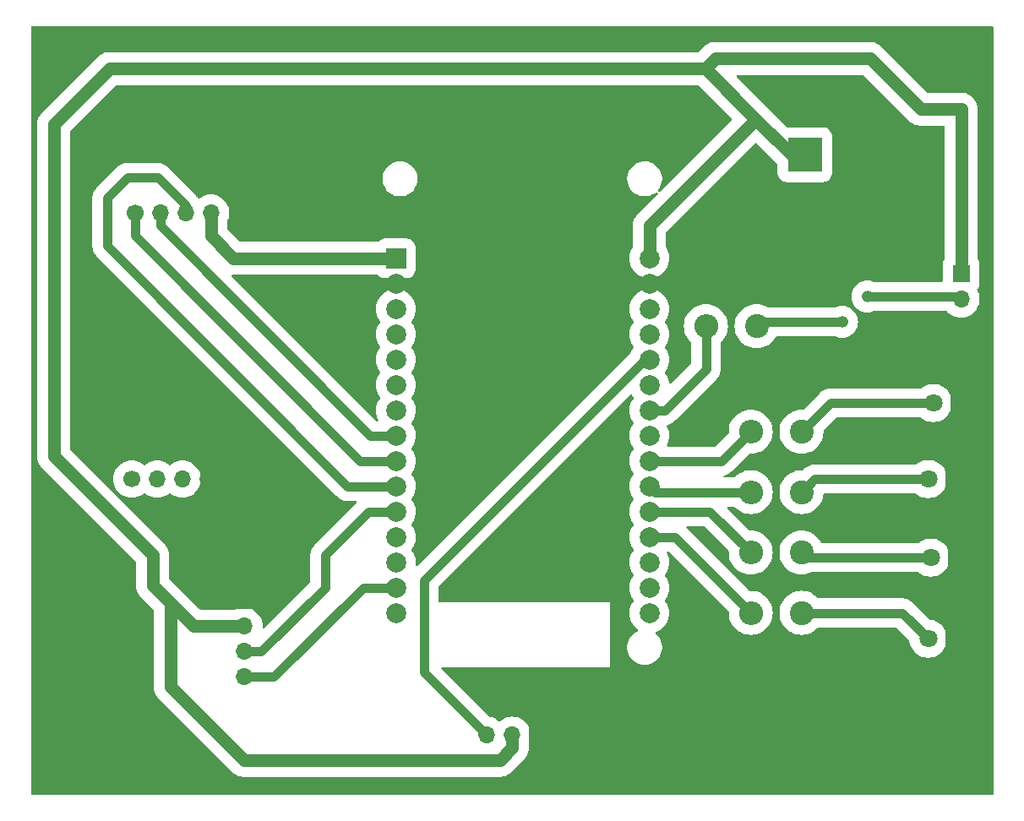
<source format=gbr>
%TF.GenerationSoftware,KiCad,Pcbnew,7.0.8*%
%TF.CreationDate,2023-11-17T11:36:36-05:00*%
%TF.ProjectId,PCB Basurainador,50434220-4261-4737-9572-61696e61646f,rev?*%
%TF.SameCoordinates,Original*%
%TF.FileFunction,Copper,L2,Bot*%
%TF.FilePolarity,Positive*%
%FSLAX46Y46*%
G04 Gerber Fmt 4.6, Leading zero omitted, Abs format (unit mm)*
G04 Created by KiCad (PCBNEW 7.0.8) date 2023-11-17 11:36:36*
%MOMM*%
%LPD*%
G01*
G04 APERTURE LIST*
G04 Aperture macros list*
%AMRoundRect*
0 Rectangle with rounded corners*
0 $1 Rounding radius*
0 $2 $3 $4 $5 $6 $7 $8 $9 X,Y pos of 4 corners*
0 Add a 4 corners polygon primitive as box body*
4,1,4,$2,$3,$4,$5,$6,$7,$8,$9,$2,$3,0*
0 Add four circle primitives for the rounded corners*
1,1,$1+$1,$2,$3*
1,1,$1+$1,$4,$5*
1,1,$1+$1,$6,$7*
1,1,$1+$1,$8,$9*
0 Add four rect primitives between the rounded corners*
20,1,$1+$1,$2,$3,$4,$5,0*
20,1,$1+$1,$4,$5,$6,$7,0*
20,1,$1+$1,$6,$7,$8,$9,0*
20,1,$1+$1,$8,$9,$2,$3,0*%
G04 Aperture macros list end*
%TA.AperFunction,ComponentPad*%
%ADD10C,2.400000*%
%TD*%
%TA.AperFunction,ComponentPad*%
%ADD11O,2.400000X2.400000*%
%TD*%
%TA.AperFunction,ComponentPad*%
%ADD12R,1.800000X1.800000*%
%TD*%
%TA.AperFunction,ComponentPad*%
%ADD13C,1.800000*%
%TD*%
%TA.AperFunction,ComponentPad*%
%ADD14O,1.600000X1.200000*%
%TD*%
%TA.AperFunction,ComponentPad*%
%ADD15O,1.200000X1.200000*%
%TD*%
%TA.AperFunction,ComponentPad*%
%ADD16C,1.700000*%
%TD*%
%TA.AperFunction,ComponentPad*%
%ADD17O,1.700000X1.700000*%
%TD*%
%TA.AperFunction,ComponentPad*%
%ADD18R,2.000000X2.000000*%
%TD*%
%TA.AperFunction,ComponentPad*%
%ADD19C,2.000000*%
%TD*%
%TA.AperFunction,ComponentPad*%
%ADD20R,1.700000X1.700000*%
%TD*%
%TA.AperFunction,ComponentPad*%
%ADD21R,3.500000X3.500000*%
%TD*%
%TA.AperFunction,ComponentPad*%
%ADD22RoundRect,0.750000X0.750000X1.000000X-0.750000X1.000000X-0.750000X-1.000000X0.750000X-1.000000X0*%
%TD*%
%TA.AperFunction,ComponentPad*%
%ADD23RoundRect,0.875000X0.875000X0.875000X-0.875000X0.875000X-0.875000X-0.875000X0.875000X-0.875000X0*%
%TD*%
%TA.AperFunction,ViaPad*%
%ADD24C,1.200000*%
%TD*%
%TA.AperFunction,Conductor*%
%ADD25C,0.900000*%
%TD*%
%TA.AperFunction,Conductor*%
%ADD26C,1.300000*%
%TD*%
G04 APERTURE END LIST*
D10*
%TO.P,R5,1*%
%TO.N,N/C*%
X100919000Y-65959000D03*
D11*
%TO.P,R5,2*%
X95839000Y-65959000D03*
%TD*%
D10*
%TO.P,R1,1*%
%TO.N,Net-(D1-A)*%
X105410000Y-94696000D03*
D11*
%TO.P,R1,2*%
%TO.N,/D35*%
X100330000Y-94696000D03*
%TD*%
D10*
%TO.P,R2,1*%
%TO.N,Net-(D2-A)*%
X105410000Y-88646000D03*
D11*
%TO.P,R2,2*%
%TO.N,/D34*%
X100330000Y-88646000D03*
%TD*%
D12*
%TO.P,D2,1,K*%
%TO.N,GND*%
X120909000Y-89154000D03*
D13*
%TO.P,D2,2,A*%
%TO.N,Net-(D2-A)*%
X118369000Y-89154000D03*
%TD*%
D14*
%TO.P,T1,1,E*%
%TO.N,GND*%
X106934000Y-62992000D03*
D15*
%TO.P,T1,2,B*%
%TO.N,N/C*%
X109474000Y-65532000D03*
%TO.P,T1,3,C*%
%TO.N,/P1*%
X112014000Y-62992000D03*
%TD*%
D16*
%TO.P,U2,1,S0*%
%TO.N,unconnected-(U2-S0-Pad1)*%
X38290500Y-81280000D03*
D17*
%TO.P,U2,2,S1*%
%TO.N,unconnected-(U2-S1-Pad2)*%
X40830500Y-81280000D03*
%TO.P,U2,3,~{OE}*%
%TO.N,unconnected-(U2-~{OE}-Pad3)*%
X43370500Y-81280000D03*
%TO.P,U2,4,GND*%
%TO.N,GND*%
X45910500Y-81280000D03*
D16*
%TO.P,U2,5,VDD*%
%TO.N,/D18*%
X38608000Y-54610000D03*
D17*
%TO.P,U2,6,OUT*%
%TO.N,/D5*%
X41148000Y-54610000D03*
%TO.P,U2,7,S2*%
%TO.N,/D19*%
X43688000Y-54610000D03*
%TO.P,U2,8,S3*%
%TO.N,+3V3*%
X46228000Y-54610000D03*
%TD*%
D18*
%TO.P,U1,1,3V3*%
%TO.N,+3V3*%
X64770000Y-59161000D03*
D19*
%TO.P,U1,2,GND*%
%TO.N,GND*%
X64770000Y-61701000D03*
%TO.P,U1,3,D15*%
%TO.N,unconnected-(U1-D15-Pad3)*%
X64770000Y-64241000D03*
%TO.P,U1,4,D2*%
%TO.N,unconnected-(U1-D2-Pad4)*%
X64770000Y-66781000D03*
%TO.P,U1,5,D4*%
%TO.N,unconnected-(U1-D4-Pad5)*%
X64770000Y-69321000D03*
%TO.P,U1,6,RX2*%
%TO.N,unconnected-(U1-RX2-Pad6)*%
X64770000Y-71861000D03*
%TO.P,U1,7,TX2*%
%TO.N,unconnected-(U1-TX2-Pad7)*%
X64770000Y-74401000D03*
%TO.P,U1,8,D5*%
%TO.N,/D5*%
X64770000Y-76941000D03*
%TO.P,U1,9,D18*%
%TO.N,/D18*%
X64770000Y-79481000D03*
%TO.P,U1,10,D19*%
%TO.N,/D19*%
X64770000Y-82021000D03*
%TO.P,U1,11,D21*%
%TO.N,/D21*%
X64770000Y-84561000D03*
%TO.P,U1,12,RX0*%
%TO.N,unconnected-(U1-RX0-Pad12)*%
X64770000Y-87101000D03*
%TO.P,U1,13,TX0*%
%TO.N,unconnected-(U1-TX0-Pad13)*%
X64770000Y-89641000D03*
%TO.P,U1,14,D22*%
%TO.N,/D22*%
X64770000Y-92181000D03*
%TO.P,U1,15,D23*%
%TO.N,unconnected-(U1-D23-Pad15)*%
X64770000Y-94721000D03*
%TO.P,U1,16,EN*%
%TO.N,unconnected-(U1-EN-Pad16)*%
X90170000Y-94721000D03*
%TO.P,U1,17,VP*%
%TO.N,unconnected-(U1-VP-Pad17)*%
X90170000Y-92181000D03*
%TO.P,U1,18,VN*%
%TO.N,unconnected-(U1-VN-Pad18)*%
X90170000Y-89641000D03*
%TO.P,U1,19,D34*%
%TO.N,/D35*%
X90170000Y-87101000D03*
%TO.P,U1,20,D35*%
%TO.N,/D34*%
X90170000Y-84561000D03*
%TO.P,U1,21,D32*%
%TO.N,/D33*%
X90170000Y-82021000D03*
%TO.P,U1,22,D33*%
%TO.N,/D32*%
X90170000Y-79481000D03*
%TO.P,U1,23,D25*%
%TO.N,unconnected-(U1-D25-Pad23)*%
X90170000Y-76941000D03*
%TO.P,U1,24,D26*%
%TO.N,N/C*%
X90170000Y-74401000D03*
%TO.P,U1,25,D27*%
%TO.N,unconnected-(U1-D27-Pad25)*%
X90170000Y-71861000D03*
%TO.P,U1,26,D14*%
%TO.N,/D14*%
X90170000Y-69321000D03*
%TO.P,U1,27,D12*%
%TO.N,unconnected-(U1-D12-Pad27)*%
X90170000Y-66781000D03*
%TO.P,U1,28,D13*%
%TO.N,N/C*%
X90170000Y-64241000D03*
%TO.P,U1,29,GND*%
%TO.N,GND*%
X90170000Y-61701000D03*
%TO.P,U1,30,VIN*%
%TO.N,+5V*%
X90170000Y-59161000D03*
%TD*%
D10*
%TO.P,R4,1*%
%TO.N,Net-(D4-A)*%
X105410000Y-76546000D03*
D11*
%TO.P,R4,2*%
%TO.N,/D32*%
X100330000Y-76546000D03*
%TD*%
D12*
%TO.P,D4,1,K*%
%TO.N,GND*%
X121158000Y-73660000D03*
D13*
%TO.P,D4,2,A*%
%TO.N,Net-(D4-A)*%
X118618000Y-73660000D03*
%TD*%
D20*
%TO.P,LCD1,1,Pin_1*%
%TO.N,GND*%
X49555000Y-93482000D03*
D17*
%TO.P,LCD1,2,Pin_2*%
%TO.N,+5V*%
X49555000Y-96022000D03*
%TO.P,LCD1,3,Pin_3*%
%TO.N,/D21*%
X49555000Y-98562000D03*
%TO.P,LCD1,4,Pin_4*%
%TO.N,/D22*%
X49555000Y-101102000D03*
%TD*%
D12*
%TO.P,D3,1,K*%
%TO.N,GND*%
X120655000Y-81280000D03*
D13*
%TO.P,D3,2,A*%
%TO.N,Net-(D3-A)*%
X118115000Y-81280000D03*
%TD*%
D21*
%TO.P,J1,1*%
%TO.N,+5V*%
X105760000Y-48768000D03*
D22*
%TO.P,J1,2*%
%TO.N,GND*%
X111760000Y-48768000D03*
D23*
%TO.P,J1,3*%
X108760000Y-44068000D03*
%TD*%
D10*
%TO.P,R3,1*%
%TO.N,Net-(D3-A)*%
X105410000Y-82596000D03*
D11*
%TO.P,R3,2*%
%TO.N,/D33*%
X100330000Y-82596000D03*
%TD*%
D20*
%TO.P,Parlante1,1,Pin_1*%
%TO.N,+5V*%
X121412000Y-60706000D03*
D17*
%TO.P,Parlante1,2,Pin_2*%
%TO.N,/P1*%
X121412000Y-63246000D03*
%TD*%
D20*
%TO.P,Servo1,1,Pin_1*%
%TO.N,GND*%
X78979000Y-106959000D03*
D17*
%TO.P,Servo1,2,Pin_2*%
%TO.N,+5V*%
X76439000Y-106959000D03*
%TO.P,Servo1,3,Pin_3*%
%TO.N,/D14*%
X73899000Y-106959000D03*
%TD*%
D12*
%TO.P,D1,1,K*%
%TO.N,GND*%
X120650000Y-97282000D03*
D13*
%TO.P,D1,2,A*%
%TO.N,Net-(D1-A)*%
X118110000Y-97282000D03*
%TD*%
D24*
%TO.N,GND*%
X118872000Y-68072000D03*
X119126000Y-56896000D03*
%TD*%
D25*
%TO.N,*%
X91715000Y-74401000D02*
X95839000Y-70277000D01*
X95839000Y-70277000D02*
X95839000Y-65959000D01*
X90170000Y-74401000D02*
X91715000Y-74401000D01*
X101346000Y-65532000D02*
X100919000Y-65959000D01*
X109474000Y-65532000D02*
X101346000Y-65532000D01*
%TO.N,/D21*%
X51298000Y-98562000D02*
X49555000Y-98562000D01*
X57658000Y-88900000D02*
X57658000Y-92202000D01*
X61997000Y-84561000D02*
X57658000Y-88900000D01*
X57658000Y-92202000D02*
X51298000Y-98562000D01*
X64770000Y-84561000D02*
X61997000Y-84561000D01*
%TO.N,/D22*%
X52568000Y-101102000D02*
X49555000Y-101102000D01*
X61489000Y-92181000D02*
X52568000Y-101102000D01*
X64770000Y-92181000D02*
X61489000Y-92181000D01*
D26*
%TO.N,+5V*%
X49530000Y-109474000D02*
X75184000Y-109474000D01*
X42164000Y-102108000D02*
X49530000Y-109474000D01*
X42164000Y-93726000D02*
X42164000Y-102108000D01*
X75184000Y-109474000D02*
X76439000Y-108219000D01*
X40386000Y-91948000D02*
X42164000Y-93726000D01*
X76439000Y-108219000D02*
X76439000Y-106959000D01*
D25*
%TO.N,/D18*%
X61193000Y-79481000D02*
X64770000Y-79481000D01*
X38608000Y-54610000D02*
X38608000Y-56896000D01*
X38608000Y-56896000D02*
X61193000Y-79481000D01*
%TO.N,/D19*%
X40894000Y-51054000D02*
X43688000Y-53848000D01*
X43688000Y-53848000D02*
X43688000Y-54610000D01*
X37846000Y-51054000D02*
X40894000Y-51054000D01*
X35814000Y-53086000D02*
X37846000Y-51054000D01*
X59923000Y-82021000D02*
X35814000Y-57912000D01*
X35814000Y-57912000D02*
X35814000Y-53086000D01*
X64770000Y-82021000D02*
X59923000Y-82021000D01*
%TO.N,/D5*%
X62209000Y-76941000D02*
X64770000Y-76941000D01*
X41148000Y-55880000D02*
X62209000Y-76941000D01*
X41148000Y-54610000D02*
X41148000Y-55880000D01*
D26*
%TO.N,+5V*%
X96774000Y-39116000D02*
X95758000Y-40132000D01*
X112268000Y-39116000D02*
X96774000Y-39116000D01*
X117348000Y-44196000D02*
X112268000Y-39116000D01*
X121412000Y-60706000D02*
X121412000Y-44196000D01*
X121412000Y-44196000D02*
X117348000Y-44196000D01*
%TO.N,GND*%
X90191000Y-61722000D02*
X90170000Y-61701000D01*
X120655000Y-88900000D02*
X120909000Y-89154000D01*
X120909000Y-97023000D02*
X120650000Y-97282000D01*
D25*
%TO.N,Net-(D1-A)*%
X105410000Y-94696000D02*
X115524000Y-94696000D01*
X115524000Y-94696000D02*
X118110000Y-97282000D01*
%TO.N,Net-(D2-A)*%
X118369000Y-89154000D02*
X105918000Y-89154000D01*
X105918000Y-89154000D02*
X105410000Y-88646000D01*
%TO.N,Net-(D3-A)*%
X106726000Y-81280000D02*
X105410000Y-82596000D01*
X118115000Y-81280000D02*
X106726000Y-81280000D01*
%TO.N,Net-(D4-A)*%
X118618000Y-73660000D02*
X108296000Y-73660000D01*
X108296000Y-73660000D02*
X105410000Y-76546000D01*
D26*
%TO.N,+5V*%
X100711000Y-45339000D02*
X100711000Y-45085000D01*
X105760000Y-48768000D02*
X104394000Y-48768000D01*
X36068000Y-40132000D02*
X30480000Y-45720000D01*
X30480000Y-45720000D02*
X30480000Y-78994000D01*
X40386000Y-88900000D02*
X40386000Y-91948000D01*
X44460000Y-96022000D02*
X40386000Y-91948000D01*
X104394000Y-48768000D02*
X100711000Y-45085000D01*
X90170000Y-55880000D02*
X100711000Y-45339000D01*
X49555000Y-96022000D02*
X44460000Y-96022000D01*
X90170000Y-59161000D02*
X90170000Y-55880000D01*
X95758000Y-40132000D02*
X36068000Y-40132000D01*
X30480000Y-78994000D02*
X40386000Y-88900000D01*
X100711000Y-45085000D02*
X95758000Y-40132000D01*
D25*
%TO.N,/P1*%
X121158000Y-62992000D02*
X121412000Y-63246000D01*
X112014000Y-62992000D02*
X121158000Y-62992000D01*
%TO.N,/D35*%
X90170000Y-87101000D02*
X92735000Y-87101000D01*
X92735000Y-87101000D02*
X100330000Y-94696000D01*
%TO.N,/D34*%
X96245000Y-84561000D02*
X100330000Y-88646000D01*
X90170000Y-84561000D02*
X96245000Y-84561000D01*
%TO.N,/D33*%
X100330000Y-82596000D02*
X90745000Y-82596000D01*
X90745000Y-82596000D02*
X90170000Y-82021000D01*
%TO.N,/D32*%
X97395000Y-79481000D02*
X100330000Y-76546000D01*
X90170000Y-79481000D02*
X97395000Y-79481000D01*
%TO.N,/D14*%
X89683000Y-69321000D02*
X90170000Y-69321000D01*
X67564000Y-100624000D02*
X67564000Y-91440000D01*
X67564000Y-91440000D02*
X89683000Y-69321000D01*
X73899000Y-106959000D02*
X67564000Y-100624000D01*
D26*
%TO.N,+3V3*%
X64770000Y-59161000D02*
X48493000Y-59161000D01*
X46228000Y-56896000D02*
X46228000Y-54610000D01*
X48493000Y-59161000D02*
X46228000Y-56896000D01*
%TD*%
%TA.AperFunction,Conductor*%
%TO.N,GND*%
G36*
X124581539Y-35909185D02*
G01*
X124627294Y-35961989D01*
X124638500Y-36013500D01*
X124638500Y-112830500D01*
X124618815Y-112897539D01*
X124566011Y-112943294D01*
X124514500Y-112954500D01*
X28318000Y-112954500D01*
X28250961Y-112934815D01*
X28205206Y-112882011D01*
X28194000Y-112830500D01*
X28194000Y-78993999D01*
X28824396Y-78993999D01*
X28829500Y-79058853D01*
X28844778Y-79252990D01*
X28905427Y-79505610D01*
X29004843Y-79745623D01*
X29004845Y-79745627D01*
X29004846Y-79745628D01*
X29140588Y-79967140D01*
X29309311Y-80164689D01*
X29356939Y-80205367D01*
X29360490Y-80208650D01*
X34277878Y-85126037D01*
X38699181Y-89547340D01*
X38732666Y-89608663D01*
X38735500Y-89635021D01*
X38735500Y-91880706D01*
X38735309Y-91885572D01*
X38730396Y-91947999D01*
X38735500Y-92012853D01*
X38750778Y-92206990D01*
X38811427Y-92459610D01*
X38910843Y-92699623D01*
X38910845Y-92699627D01*
X38910846Y-92699628D01*
X39046588Y-92921140D01*
X39215311Y-93118689D01*
X39262939Y-93159367D01*
X39266490Y-93162650D01*
X39876987Y-93773147D01*
X40477181Y-94373341D01*
X40510666Y-94434664D01*
X40513500Y-94461022D01*
X40513500Y-102040706D01*
X40513309Y-102045572D01*
X40508396Y-102107999D01*
X40513500Y-102172853D01*
X40528778Y-102366990D01*
X40589427Y-102619610D01*
X40688843Y-102859623D01*
X40688845Y-102859627D01*
X40688846Y-102859628D01*
X40824588Y-103081140D01*
X40993311Y-103278689D01*
X41040939Y-103319367D01*
X41044490Y-103322650D01*
X48315347Y-110593507D01*
X48318640Y-110597070D01*
X48359311Y-110644689D01*
X48556860Y-110813412D01*
X48778372Y-110949154D01*
X48778374Y-110949154D01*
X48778376Y-110949156D01*
X48839693Y-110974554D01*
X49018390Y-111048573D01*
X49271006Y-111109221D01*
X49465147Y-111124500D01*
X49530000Y-111129604D01*
X49588276Y-111125017D01*
X49592427Y-111124691D01*
X49597293Y-111124500D01*
X75116707Y-111124500D01*
X75121573Y-111124691D01*
X75126052Y-111125043D01*
X75184000Y-111129604D01*
X75248853Y-111124500D01*
X75442994Y-111109221D01*
X75695610Y-111048573D01*
X75935628Y-110949154D01*
X76157140Y-110813412D01*
X76354689Y-110644689D01*
X76395367Y-110597059D01*
X76398638Y-110593520D01*
X77558520Y-109433638D01*
X77562059Y-109430367D01*
X77609689Y-109389689D01*
X77778412Y-109192140D01*
X77914154Y-108970628D01*
X78013573Y-108730610D01*
X78074221Y-108477994D01*
X78089500Y-108283853D01*
X78094604Y-108219000D01*
X78089691Y-108156572D01*
X78089500Y-108151706D01*
X78089500Y-107829233D01*
X78104668Y-107769806D01*
X78126574Y-107729689D01*
X78219077Y-107481678D01*
X78275343Y-107223026D01*
X78294227Y-106959000D01*
X78275343Y-106694974D01*
X78219077Y-106436322D01*
X78126574Y-106188311D01*
X77999716Y-105955989D01*
X77999714Y-105955986D01*
X77841093Y-105744092D01*
X77841077Y-105744074D01*
X77653925Y-105556922D01*
X77653907Y-105556906D01*
X77442013Y-105398285D01*
X77442005Y-105398280D01*
X77209694Y-105271428D01*
X77209690Y-105271426D01*
X76961673Y-105178921D01*
X76703034Y-105122658D01*
X76703027Y-105122657D01*
X76439001Y-105103773D01*
X76438999Y-105103773D01*
X76174972Y-105122657D01*
X76174965Y-105122658D01*
X75916326Y-105178921D01*
X75668309Y-105271426D01*
X75668305Y-105271428D01*
X75435994Y-105398280D01*
X75435986Y-105398285D01*
X75243310Y-105542520D01*
X75177845Y-105566937D01*
X75109573Y-105552085D01*
X75094690Y-105542520D01*
X74902013Y-105398285D01*
X74902005Y-105398280D01*
X74669694Y-105271428D01*
X74669690Y-105271426D01*
X74421673Y-105178921D01*
X74163034Y-105122658D01*
X74163017Y-105122655D01*
X74156317Y-105122176D01*
X74090854Y-105097755D01*
X74077491Y-105086174D01*
X69353998Y-100362681D01*
X69320513Y-100301358D01*
X69325497Y-100231666D01*
X69367369Y-100175733D01*
X69432833Y-100151316D01*
X69441679Y-100151000D01*
X86250000Y-100151000D01*
X86250000Y-93661000D01*
X69138500Y-93661000D01*
X69071461Y-93641315D01*
X69025706Y-93588511D01*
X69014500Y-93537000D01*
X69014500Y-92092178D01*
X69034185Y-92025139D01*
X69050814Y-92004502D01*
X88233988Y-72821327D01*
X88295309Y-72787844D01*
X88365001Y-72792828D01*
X88420934Y-72834700D01*
X88430499Y-72849582D01*
X88440822Y-72868487D01*
X88482774Y-72945315D01*
X88566147Y-73056689D01*
X88566148Y-73056690D01*
X88590564Y-73122155D01*
X88575712Y-73190428D01*
X88566148Y-73205310D01*
X88482770Y-73316690D01*
X88345635Y-73567833D01*
X88245628Y-73835962D01*
X88184804Y-74115566D01*
X88164390Y-74400998D01*
X88164390Y-74401001D01*
X88184804Y-74686433D01*
X88245628Y-74966037D01*
X88245630Y-74966043D01*
X88245631Y-74966046D01*
X88295579Y-75099961D01*
X88345635Y-75234166D01*
X88482770Y-75485309D01*
X88482771Y-75485310D01*
X88482774Y-75485315D01*
X88557796Y-75585533D01*
X88566148Y-75596690D01*
X88590564Y-75662155D01*
X88575712Y-75730428D01*
X88566150Y-75745306D01*
X88537139Y-75784061D01*
X88482770Y-75856690D01*
X88345635Y-76107833D01*
X88245628Y-76375962D01*
X88184804Y-76655566D01*
X88164390Y-76940998D01*
X88164390Y-76941001D01*
X88184804Y-77226433D01*
X88245628Y-77506037D01*
X88245630Y-77506043D01*
X88245631Y-77506046D01*
X88298805Y-77648611D01*
X88345635Y-77774166D01*
X88482770Y-78025309D01*
X88482771Y-78025310D01*
X88482774Y-78025315D01*
X88542670Y-78105327D01*
X88566148Y-78136690D01*
X88590564Y-78202155D01*
X88575712Y-78270428D01*
X88566150Y-78285306D01*
X88558505Y-78295520D01*
X88482770Y-78396690D01*
X88345635Y-78647833D01*
X88245628Y-78915962D01*
X88184804Y-79195566D01*
X88164390Y-79480998D01*
X88164390Y-79481001D01*
X88184804Y-79766433D01*
X88245628Y-80046037D01*
X88245630Y-80046043D01*
X88245631Y-80046046D01*
X88338201Y-80294236D01*
X88345635Y-80314166D01*
X88482770Y-80565309D01*
X88482771Y-80565310D01*
X88482774Y-80565315D01*
X88557796Y-80665533D01*
X88566148Y-80676690D01*
X88590564Y-80742155D01*
X88575712Y-80810428D01*
X88566150Y-80825306D01*
X88537139Y-80864061D01*
X88482770Y-80936690D01*
X88345635Y-81187833D01*
X88245628Y-81455962D01*
X88184804Y-81735566D01*
X88164390Y-82020998D01*
X88164390Y-82021001D01*
X88184804Y-82306433D01*
X88245628Y-82586037D01*
X88245630Y-82586043D01*
X88245631Y-82586046D01*
X88342735Y-82846390D01*
X88345635Y-82854166D01*
X88482770Y-83105309D01*
X88482771Y-83105310D01*
X88482774Y-83105315D01*
X88566147Y-83216689D01*
X88566148Y-83216690D01*
X88590564Y-83282155D01*
X88575712Y-83350428D01*
X88566150Y-83365306D01*
X88536431Y-83405007D01*
X88482770Y-83476690D01*
X88345635Y-83727833D01*
X88245628Y-83995962D01*
X88184804Y-84275566D01*
X88164390Y-84560998D01*
X88164390Y-84561001D01*
X88184804Y-84846433D01*
X88245628Y-85126037D01*
X88345635Y-85394166D01*
X88482770Y-85645309D01*
X88566148Y-85756690D01*
X88590564Y-85822155D01*
X88575712Y-85890428D01*
X88566148Y-85905310D01*
X88482770Y-86016690D01*
X88345635Y-86267833D01*
X88245628Y-86535962D01*
X88184804Y-86815566D01*
X88164390Y-87100998D01*
X88164390Y-87101001D01*
X88184804Y-87386433D01*
X88245628Y-87666037D01*
X88245630Y-87666043D01*
X88245631Y-87666046D01*
X88335222Y-87906247D01*
X88345635Y-87934166D01*
X88482770Y-88185309D01*
X88482771Y-88185310D01*
X88482774Y-88185315D01*
X88566147Y-88296689D01*
X88566148Y-88296690D01*
X88590564Y-88362155D01*
X88575712Y-88430428D01*
X88566148Y-88445310D01*
X88482770Y-88556690D01*
X88345635Y-88807833D01*
X88245628Y-89075962D01*
X88184804Y-89355566D01*
X88164390Y-89640998D01*
X88164390Y-89641001D01*
X88184804Y-89926433D01*
X88245628Y-90206037D01*
X88245630Y-90206043D01*
X88245631Y-90206046D01*
X88316302Y-90395521D01*
X88345635Y-90474166D01*
X88482770Y-90725309D01*
X88482771Y-90725310D01*
X88482774Y-90725315D01*
X88566147Y-90836689D01*
X88566148Y-90836690D01*
X88590564Y-90902155D01*
X88575712Y-90970428D01*
X88566150Y-90985306D01*
X88525237Y-91039961D01*
X88482770Y-91096690D01*
X88345635Y-91347833D01*
X88245628Y-91615962D01*
X88184804Y-91895566D01*
X88164390Y-92180998D01*
X88164390Y-92181001D01*
X88184804Y-92466433D01*
X88245628Y-92746037D01*
X88245630Y-92746043D01*
X88245631Y-92746046D01*
X88320389Y-92946480D01*
X88345635Y-93014166D01*
X88482770Y-93265309D01*
X88482771Y-93265310D01*
X88482774Y-93265315D01*
X88566147Y-93376689D01*
X88566148Y-93376690D01*
X88590564Y-93442155D01*
X88575712Y-93510428D01*
X88566150Y-93525306D01*
X88561932Y-93530942D01*
X88482770Y-93636690D01*
X88345635Y-93887833D01*
X88245628Y-94155962D01*
X88184804Y-94435566D01*
X88164390Y-94720998D01*
X88164390Y-94721001D01*
X88184804Y-95006433D01*
X88245628Y-95286037D01*
X88245630Y-95286043D01*
X88245631Y-95286046D01*
X88286657Y-95396040D01*
X88345635Y-95554166D01*
X88482770Y-95805309D01*
X88482775Y-95805317D01*
X88654254Y-96034387D01*
X88654270Y-96034405D01*
X88856594Y-96236729D01*
X88856612Y-96236745D01*
X88998111Y-96342669D01*
X89039983Y-96398602D01*
X89044967Y-96468294D01*
X89011482Y-96529617D01*
X88969106Y-96557363D01*
X88938356Y-96569432D01*
X88711143Y-96700614D01*
X88506014Y-96864198D01*
X88327567Y-97056520D01*
X88179768Y-97273302D01*
X88179767Y-97273303D01*
X88065938Y-97509673D01*
X87988606Y-97760376D01*
X87988605Y-97760381D01*
X87988604Y-97760385D01*
X87983943Y-97791311D01*
X87949500Y-98019812D01*
X87949500Y-98282187D01*
X87954011Y-98312113D01*
X87988604Y-98541615D01*
X87988605Y-98541617D01*
X87988606Y-98541623D01*
X88065938Y-98792326D01*
X88179767Y-99028696D01*
X88179768Y-99028697D01*
X88179770Y-99028700D01*
X88179772Y-99028704D01*
X88274716Y-99167961D01*
X88327567Y-99245479D01*
X88506014Y-99437801D01*
X88506018Y-99437804D01*
X88506019Y-99437805D01*
X88711143Y-99601386D01*
X88938357Y-99732568D01*
X89182584Y-99828420D01*
X89438370Y-99886802D01*
X89438376Y-99886802D01*
X89438379Y-99886803D01*
X89634500Y-99901500D01*
X89634506Y-99901500D01*
X89765500Y-99901500D01*
X89961620Y-99886803D01*
X89961622Y-99886802D01*
X89961630Y-99886802D01*
X90217416Y-99828420D01*
X90461643Y-99732568D01*
X90688857Y-99601386D01*
X90893981Y-99437805D01*
X91072433Y-99245479D01*
X91220228Y-99028704D01*
X91334063Y-98792323D01*
X91411396Y-98541615D01*
X91450500Y-98282182D01*
X91450500Y-98019818D01*
X91411396Y-97760385D01*
X91334063Y-97509677D01*
X91284376Y-97406501D01*
X91220232Y-97273303D01*
X91220231Y-97273302D01*
X91220230Y-97273301D01*
X91220228Y-97273296D01*
X91072433Y-97056521D01*
X91062441Y-97045753D01*
X90893985Y-96864198D01*
X90827638Y-96811288D01*
X90787498Y-96754099D01*
X90784648Y-96684287D01*
X90819994Y-96624018D01*
X90861614Y-96598161D01*
X91003161Y-96545367D01*
X91254315Y-96408226D01*
X91483395Y-96236739D01*
X91685739Y-96034395D01*
X91857226Y-95805315D01*
X91994367Y-95554161D01*
X92094369Y-95286046D01*
X92101926Y-95251305D01*
X92155195Y-95006433D01*
X92155195Y-95006432D01*
X92155196Y-95006428D01*
X92175610Y-94721000D01*
X92155196Y-94435572D01*
X92154998Y-94434664D01*
X92094371Y-94155962D01*
X92094370Y-94155960D01*
X92094369Y-94155954D01*
X91994367Y-93887839D01*
X91954554Y-93814928D01*
X91857229Y-93636690D01*
X91857228Y-93636689D01*
X91857226Y-93636685D01*
X91773849Y-93525307D01*
X91749434Y-93459847D01*
X91764285Y-93391574D01*
X91773841Y-93376703D01*
X91857226Y-93265315D01*
X91994367Y-93014161D01*
X92094369Y-92746046D01*
X92144708Y-92514640D01*
X92155195Y-92466433D01*
X92155195Y-92466432D01*
X92155196Y-92466428D01*
X92175610Y-92181000D01*
X92155196Y-91895572D01*
X92099056Y-91637501D01*
X92094371Y-91615962D01*
X92094370Y-91615960D01*
X92094369Y-91615954D01*
X91994367Y-91347839D01*
X91925515Y-91221747D01*
X91857229Y-91096690D01*
X91857228Y-91096689D01*
X91857226Y-91096685D01*
X91773849Y-90985307D01*
X91749434Y-90919847D01*
X91764285Y-90851574D01*
X91773841Y-90836703D01*
X91857226Y-90725315D01*
X91994367Y-90474161D01*
X92094369Y-90206046D01*
X92155196Y-89926428D01*
X92175610Y-89641000D01*
X92175182Y-89635021D01*
X92165584Y-89500817D01*
X92155196Y-89355572D01*
X92124999Y-89216760D01*
X92094371Y-89075962D01*
X92094370Y-89075960D01*
X92094369Y-89075954D01*
X91994367Y-88807839D01*
X91954553Y-88734926D01*
X91939702Y-88666655D01*
X91964118Y-88601190D01*
X92020052Y-88559318D01*
X92063386Y-88551500D01*
X92082821Y-88551500D01*
X92149860Y-88571185D01*
X92170502Y-88587819D01*
X98094516Y-94511833D01*
X98128001Y-94573156D01*
X98130569Y-94607622D01*
X98124778Y-94696000D01*
X98126416Y-94720998D01*
X98143644Y-94983837D01*
X98143646Y-94983849D01*
X98199917Y-95266745D01*
X98199921Y-95266760D01*
X98292642Y-95539905D01*
X98420219Y-95798606D01*
X98420223Y-95798613D01*
X98580478Y-96038452D01*
X98770672Y-96255327D01*
X98987547Y-96445521D01*
X99154931Y-96557363D01*
X99227389Y-96605778D01*
X99486098Y-96733359D01*
X99759247Y-96826081D01*
X100042161Y-96882356D01*
X100330000Y-96901222D01*
X100617839Y-96882356D01*
X100900753Y-96826081D01*
X101173902Y-96733359D01*
X101432611Y-96605778D01*
X101672454Y-96445520D01*
X101889327Y-96255327D01*
X102079520Y-96038454D01*
X102239778Y-95798611D01*
X102367359Y-95539902D01*
X102460081Y-95266753D01*
X102516356Y-94983839D01*
X102535222Y-94696000D01*
X103204778Y-94696000D01*
X103223644Y-94983837D01*
X103223646Y-94983849D01*
X103279917Y-95266745D01*
X103279921Y-95266760D01*
X103372642Y-95539905D01*
X103500219Y-95798606D01*
X103500223Y-95798613D01*
X103660478Y-96038452D01*
X103850672Y-96255327D01*
X104067547Y-96445521D01*
X104234931Y-96557363D01*
X104307389Y-96605778D01*
X104566098Y-96733359D01*
X104839247Y-96826081D01*
X105122161Y-96882356D01*
X105410000Y-96901222D01*
X105697839Y-96882356D01*
X105980753Y-96826081D01*
X106253902Y-96733359D01*
X106512611Y-96605778D01*
X106752454Y-96445520D01*
X106969327Y-96255327D01*
X106985637Y-96236729D01*
X107027722Y-96188741D01*
X107086724Y-96151317D01*
X107120950Y-96146500D01*
X114871821Y-96146500D01*
X114938860Y-96166185D01*
X114959502Y-96182819D01*
X116183184Y-97406501D01*
X116216669Y-97467824D01*
X116219187Y-97485334D01*
X116224039Y-97553162D01*
X116224040Y-97553168D01*
X116281823Y-97818793D01*
X116281825Y-97818801D01*
X116356800Y-98019817D01*
X116376830Y-98073519D01*
X116507109Y-98312107D01*
X116507110Y-98312108D01*
X116507113Y-98312113D01*
X116670029Y-98529742D01*
X116670033Y-98529746D01*
X116670038Y-98529752D01*
X116862247Y-98721961D01*
X116862253Y-98721966D01*
X116862258Y-98721971D01*
X117079887Y-98884887D01*
X117079891Y-98884889D01*
X117079892Y-98884890D01*
X117318481Y-99015169D01*
X117318480Y-99015169D01*
X117318484Y-99015170D01*
X117318487Y-99015172D01*
X117573199Y-99110175D01*
X117838840Y-99167961D01*
X118090605Y-99185967D01*
X118109999Y-99187355D01*
X118110000Y-99187355D01*
X118110001Y-99187355D01*
X118128100Y-99186060D01*
X118381160Y-99167961D01*
X118646801Y-99110175D01*
X118901513Y-99015172D01*
X118901517Y-99015169D01*
X118901519Y-99015169D01*
X119020813Y-98950029D01*
X119140113Y-98884887D01*
X119357742Y-98721971D01*
X119549971Y-98529742D01*
X119712887Y-98312113D01*
X119843172Y-98073513D01*
X119938175Y-97818801D01*
X119995961Y-97553160D01*
X120015355Y-97282000D01*
X120014732Y-97273296D01*
X120012765Y-97245799D01*
X119995961Y-97010840D01*
X119938175Y-96745199D01*
X119843172Y-96490487D01*
X119843170Y-96490484D01*
X119843169Y-96490480D01*
X119712890Y-96251892D01*
X119712889Y-96251891D01*
X119712887Y-96251887D01*
X119549971Y-96034258D01*
X119549966Y-96034253D01*
X119549961Y-96034247D01*
X119357752Y-95842038D01*
X119357746Y-95842033D01*
X119357742Y-95842029D01*
X119140113Y-95679113D01*
X119140108Y-95679110D01*
X119140107Y-95679109D01*
X118901518Y-95548830D01*
X118901519Y-95548830D01*
X118851920Y-95530330D01*
X118646801Y-95453825D01*
X118646794Y-95453823D01*
X118646793Y-95453823D01*
X118381168Y-95396040D01*
X118381162Y-95396039D01*
X118313334Y-95391187D01*
X118247870Y-95366769D01*
X118234501Y-95355184D01*
X116616063Y-93736746D01*
X116610972Y-93730981D01*
X116594826Y-93710237D01*
X116594821Y-93710232D01*
X116528459Y-93649141D01*
X116507237Y-93627920D01*
X116501871Y-93623375D01*
X116484340Y-93608527D01*
X116417969Y-93547429D01*
X116417964Y-93547425D01*
X116395957Y-93533047D01*
X116389794Y-93528451D01*
X116369738Y-93511465D01*
X116292252Y-93465294D01*
X116270374Y-93451000D01*
X116216728Y-93415951D01*
X116216726Y-93415950D01*
X116216720Y-93415946D01*
X116192657Y-93405391D01*
X116185819Y-93401872D01*
X116163240Y-93388418D01*
X116163233Y-93388415D01*
X116079194Y-93355623D01*
X115996590Y-93319389D01*
X115971106Y-93312935D01*
X115963784Y-93310589D01*
X115939306Y-93301038D01*
X115939300Y-93301036D01*
X115895150Y-93291779D01*
X115851001Y-93282522D01*
X115821349Y-93275013D01*
X115763561Y-93260379D01*
X115737369Y-93258209D01*
X115729761Y-93257100D01*
X115704041Y-93251707D01*
X115704028Y-93251705D01*
X115613892Y-93247977D01*
X115606415Y-93247357D01*
X115583990Y-93245500D01*
X115583987Y-93245500D01*
X115553986Y-93245500D01*
X115463854Y-93241772D01*
X115463853Y-93241772D01*
X115437762Y-93245024D01*
X115430090Y-93245500D01*
X107120950Y-93245500D01*
X107053911Y-93225815D01*
X107027722Y-93203259D01*
X106969327Y-93136672D01*
X106752452Y-92946478D01*
X106512613Y-92786223D01*
X106512606Y-92786219D01*
X106253905Y-92658642D01*
X105980760Y-92565921D01*
X105980754Y-92565919D01*
X105980753Y-92565919D01*
X105980751Y-92565918D01*
X105980745Y-92565917D01*
X105697849Y-92509646D01*
X105697839Y-92509644D01*
X105410000Y-92490778D01*
X105122161Y-92509644D01*
X105122155Y-92509645D01*
X105122150Y-92509646D01*
X104839254Y-92565917D01*
X104839239Y-92565921D01*
X104566094Y-92658642D01*
X104307393Y-92786219D01*
X104307386Y-92786223D01*
X104067547Y-92946478D01*
X103850672Y-93136672D01*
X103660478Y-93353547D01*
X103500223Y-93593386D01*
X103500219Y-93593393D01*
X103372642Y-93852094D01*
X103279921Y-94125239D01*
X103279917Y-94125254D01*
X103223646Y-94408150D01*
X103223644Y-94408162D01*
X103204778Y-94696000D01*
X102535222Y-94696000D01*
X102516356Y-94408161D01*
X102460081Y-94125247D01*
X102367359Y-93852098D01*
X102239778Y-93593389D01*
X102194289Y-93525310D01*
X102079521Y-93353547D01*
X101889327Y-93136672D01*
X101672452Y-92946478D01*
X101432613Y-92786223D01*
X101432606Y-92786219D01*
X101173905Y-92658642D01*
X100900760Y-92565921D01*
X100900754Y-92565919D01*
X100900753Y-92565919D01*
X100900751Y-92565918D01*
X100900745Y-92565917D01*
X100617849Y-92509646D01*
X100617839Y-92509644D01*
X100330000Y-92490778D01*
X100329999Y-92490778D01*
X100294357Y-92493113D01*
X100241622Y-92496569D01*
X100173439Y-92481311D01*
X100145833Y-92460516D01*
X93908498Y-86223181D01*
X93875013Y-86161858D01*
X93879997Y-86092166D01*
X93921869Y-86036233D01*
X93987333Y-86011816D01*
X93996179Y-86011500D01*
X95592821Y-86011500D01*
X95659860Y-86031185D01*
X95680502Y-86047819D01*
X98094516Y-88461832D01*
X98128001Y-88523155D01*
X98130570Y-88557622D01*
X98124778Y-88645999D01*
X98143644Y-88933837D01*
X98143646Y-88933849D01*
X98199917Y-89216745D01*
X98199921Y-89216760D01*
X98292642Y-89489905D01*
X98420219Y-89748606D01*
X98420223Y-89748613D01*
X98580478Y-89988452D01*
X98770672Y-90205327D01*
X98987547Y-90395521D01*
X99105248Y-90474166D01*
X99227389Y-90555778D01*
X99486098Y-90683359D01*
X99759247Y-90776081D01*
X100042161Y-90832356D01*
X100330000Y-90851222D01*
X100617839Y-90832356D01*
X100900753Y-90776081D01*
X101173902Y-90683359D01*
X101432611Y-90555778D01*
X101672454Y-90395520D01*
X101889327Y-90205327D01*
X102079520Y-89988454D01*
X102239778Y-89748611D01*
X102367359Y-89489902D01*
X102460081Y-89216753D01*
X102516356Y-88933839D01*
X102535222Y-88646000D01*
X103204778Y-88646000D01*
X103223644Y-88933837D01*
X103223646Y-88933849D01*
X103279917Y-89216745D01*
X103279921Y-89216760D01*
X103372642Y-89489905D01*
X103500219Y-89748606D01*
X103500223Y-89748613D01*
X103660478Y-89988452D01*
X103850672Y-90205327D01*
X104067547Y-90395521D01*
X104185248Y-90474166D01*
X104307389Y-90555778D01*
X104566098Y-90683359D01*
X104839247Y-90776081D01*
X105122161Y-90832356D01*
X105410000Y-90851222D01*
X105697839Y-90832356D01*
X105980753Y-90776081D01*
X106253902Y-90683359D01*
X106387881Y-90617288D01*
X106442725Y-90604500D01*
X117094051Y-90604500D01*
X117161090Y-90624185D01*
X117168361Y-90629233D01*
X117338884Y-90756885D01*
X117338892Y-90756890D01*
X117577481Y-90887169D01*
X117577480Y-90887169D01*
X117577484Y-90887170D01*
X117577487Y-90887172D01*
X117832199Y-90982175D01*
X118097840Y-91039961D01*
X118349605Y-91057967D01*
X118368999Y-91059355D01*
X118369000Y-91059355D01*
X118369001Y-91059355D01*
X118387100Y-91058060D01*
X118640160Y-91039961D01*
X118905801Y-90982175D01*
X119160513Y-90887172D01*
X119160517Y-90887169D01*
X119160519Y-90887169D01*
X119325668Y-90796991D01*
X119399113Y-90756887D01*
X119616742Y-90593971D01*
X119808971Y-90401742D01*
X119971887Y-90184113D01*
X120063264Y-90016768D01*
X120102169Y-89945519D01*
X120102169Y-89945517D01*
X120102172Y-89945513D01*
X120197175Y-89690801D01*
X120254961Y-89425160D01*
X120274355Y-89154000D01*
X120254961Y-88882840D01*
X120197175Y-88617199D01*
X120102172Y-88362487D01*
X120102170Y-88362484D01*
X120102169Y-88362480D01*
X119971890Y-88123892D01*
X119971889Y-88123891D01*
X119971887Y-88123887D01*
X119808971Y-87906258D01*
X119808966Y-87906253D01*
X119808961Y-87906247D01*
X119616752Y-87714038D01*
X119616746Y-87714033D01*
X119616742Y-87714029D01*
X119399113Y-87551113D01*
X119399108Y-87551110D01*
X119399107Y-87551109D01*
X119160518Y-87420830D01*
X119160519Y-87420830D01*
X119110920Y-87402330D01*
X118905801Y-87325825D01*
X118905794Y-87325823D01*
X118905793Y-87325823D01*
X118640167Y-87268040D01*
X118640160Y-87268039D01*
X118369001Y-87248645D01*
X118368999Y-87248645D01*
X118097839Y-87268039D01*
X118097832Y-87268040D01*
X117832206Y-87325823D01*
X117832202Y-87325824D01*
X117832199Y-87325825D01*
X117704843Y-87373326D01*
X117577480Y-87420830D01*
X117338892Y-87551109D01*
X117338884Y-87551114D01*
X117168361Y-87678767D01*
X117102897Y-87703184D01*
X117094051Y-87703500D01*
X107475844Y-87703500D01*
X107408805Y-87683815D01*
X107364632Y-87634343D01*
X107319785Y-87543402D01*
X107319782Y-87543397D01*
X107319778Y-87543389D01*
X107199448Y-87363303D01*
X107159521Y-87303547D01*
X106969327Y-87086672D01*
X106752452Y-86896478D01*
X106512613Y-86736223D01*
X106512606Y-86736219D01*
X106253905Y-86608642D01*
X105980760Y-86515921D01*
X105980754Y-86515919D01*
X105980753Y-86515919D01*
X105980751Y-86515918D01*
X105980745Y-86515917D01*
X105697849Y-86459646D01*
X105697839Y-86459644D01*
X105410000Y-86440778D01*
X105122161Y-86459644D01*
X105122155Y-86459645D01*
X105122150Y-86459646D01*
X104839254Y-86515917D01*
X104839239Y-86515921D01*
X104566094Y-86608642D01*
X104307393Y-86736219D01*
X104307386Y-86736223D01*
X104067547Y-86896478D01*
X103850672Y-87086672D01*
X103660478Y-87303547D01*
X103500223Y-87543386D01*
X103500219Y-87543393D01*
X103372642Y-87802094D01*
X103279921Y-88075239D01*
X103279917Y-88075254D01*
X103223646Y-88358150D01*
X103223644Y-88358161D01*
X103222223Y-88379847D01*
X103204778Y-88646000D01*
X102535222Y-88646000D01*
X102516356Y-88358161D01*
X102460081Y-88075247D01*
X102367359Y-87802098D01*
X102300261Y-87666037D01*
X102239780Y-87543393D01*
X102239776Y-87543386D01*
X102079521Y-87303547D01*
X101889327Y-87086672D01*
X101672452Y-86896478D01*
X101432613Y-86736223D01*
X101432606Y-86736219D01*
X101173905Y-86608642D01*
X100900760Y-86515921D01*
X100900754Y-86515919D01*
X100900753Y-86515919D01*
X100900751Y-86515918D01*
X100900745Y-86515917D01*
X100617849Y-86459646D01*
X100617839Y-86459644D01*
X100330000Y-86440778D01*
X100329999Y-86440778D01*
X100241622Y-86446570D01*
X100173438Y-86431311D01*
X100145832Y-86410516D01*
X97993498Y-84258181D01*
X97960013Y-84196858D01*
X97964997Y-84127166D01*
X98006869Y-84071233D01*
X98072333Y-84046816D01*
X98081179Y-84046500D01*
X98619050Y-84046500D01*
X98686089Y-84066185D01*
X98712278Y-84088741D01*
X98770672Y-84155327D01*
X98987546Y-84345520D01*
X99227389Y-84505778D01*
X99486098Y-84633359D01*
X99759247Y-84726081D01*
X100042161Y-84782356D01*
X100330000Y-84801222D01*
X100617839Y-84782356D01*
X100900753Y-84726081D01*
X101173902Y-84633359D01*
X101432611Y-84505778D01*
X101672454Y-84345520D01*
X101889327Y-84155327D01*
X102079520Y-83938454D01*
X102239778Y-83698611D01*
X102367359Y-83439902D01*
X102460081Y-83166753D01*
X102516356Y-82883839D01*
X102535222Y-82596000D01*
X103204778Y-82596000D01*
X103223644Y-82883839D01*
X103223646Y-82883849D01*
X103279917Y-83166745D01*
X103279921Y-83166760D01*
X103372642Y-83439905D01*
X103500219Y-83698606D01*
X103500223Y-83698613D01*
X103660478Y-83938452D01*
X103850672Y-84155327D01*
X104067546Y-84345520D01*
X104307389Y-84505778D01*
X104566098Y-84633359D01*
X104839247Y-84726081D01*
X105122161Y-84782356D01*
X105410000Y-84801222D01*
X105697839Y-84782356D01*
X105980753Y-84726081D01*
X106253902Y-84633359D01*
X106512611Y-84505778D01*
X106752454Y-84345520D01*
X106969327Y-84155327D01*
X107159520Y-83938454D01*
X107319778Y-83698611D01*
X107447359Y-83439902D01*
X107540081Y-83166753D01*
X107596356Y-82883839D01*
X107598810Y-82846388D01*
X107622838Y-82780781D01*
X107678521Y-82738578D01*
X107722545Y-82730500D01*
X116840051Y-82730500D01*
X116907090Y-82750185D01*
X116914361Y-82755233D01*
X117084884Y-82882885D01*
X117084892Y-82882890D01*
X117323481Y-83013169D01*
X117323480Y-83013169D01*
X117323484Y-83013170D01*
X117323487Y-83013172D01*
X117578199Y-83108175D01*
X117843840Y-83165961D01*
X118095342Y-83183949D01*
X118114999Y-83185355D01*
X118115000Y-83185355D01*
X118115001Y-83185355D01*
X118134658Y-83183949D01*
X118386160Y-83165961D01*
X118651801Y-83108175D01*
X118906513Y-83013172D01*
X118906517Y-83013169D01*
X118906519Y-83013169D01*
X119143351Y-82883849D01*
X119145113Y-82882887D01*
X119362742Y-82719971D01*
X119554971Y-82527742D01*
X119717887Y-82310113D01*
X119848172Y-82071513D01*
X119943175Y-81816801D01*
X120000961Y-81551160D01*
X120020355Y-81280000D01*
X120000961Y-81008840D01*
X119943175Y-80743199D01*
X119848172Y-80488487D01*
X119848170Y-80488484D01*
X119848169Y-80488480D01*
X119717890Y-80249892D01*
X119717889Y-80249891D01*
X119717887Y-80249887D01*
X119554971Y-80032258D01*
X119554966Y-80032253D01*
X119554961Y-80032247D01*
X119362752Y-79840038D01*
X119362746Y-79840033D01*
X119362742Y-79840029D01*
X119145113Y-79677113D01*
X119145108Y-79677110D01*
X119145107Y-79677109D01*
X118906518Y-79546830D01*
X118906519Y-79546830D01*
X118856920Y-79528330D01*
X118651801Y-79451825D01*
X118651794Y-79451823D01*
X118651793Y-79451823D01*
X118386167Y-79394040D01*
X118386160Y-79394039D01*
X118115001Y-79374645D01*
X118114999Y-79374645D01*
X117843839Y-79394039D01*
X117843832Y-79394040D01*
X117578206Y-79451823D01*
X117578202Y-79451824D01*
X117578199Y-79451825D01*
X117450843Y-79499326D01*
X117323480Y-79546830D01*
X117084892Y-79677109D01*
X117084884Y-79677114D01*
X116914361Y-79804767D01*
X116848897Y-79829184D01*
X116840051Y-79829500D01*
X106819910Y-79829500D01*
X106812237Y-79829024D01*
X106786147Y-79825772D01*
X106786145Y-79825772D01*
X106696014Y-79829500D01*
X106666010Y-79829500D01*
X106636108Y-79831977D01*
X106545964Y-79835706D01*
X106520239Y-79841100D01*
X106512630Y-79842209D01*
X106486444Y-79844378D01*
X106486436Y-79844380D01*
X106442717Y-79855451D01*
X106398998Y-79866522D01*
X106369565Y-79872693D01*
X106310699Y-79885036D01*
X106303950Y-79887669D01*
X106286206Y-79894593D01*
X106278885Y-79896938D01*
X106253411Y-79903389D01*
X106170805Y-79939623D01*
X106086766Y-79972415D01*
X106086761Y-79972417D01*
X106064178Y-79985873D01*
X106057344Y-79989391D01*
X106033276Y-79999948D01*
X106033264Y-79999955D01*
X105957747Y-80049294D01*
X105880260Y-80095467D01*
X105860201Y-80112454D01*
X105854041Y-80117046D01*
X105832035Y-80131425D01*
X105832031Y-80131429D01*
X105765659Y-80192527D01*
X105742763Y-80211920D01*
X105721541Y-80233141D01*
X105655179Y-80294231D01*
X105655170Y-80294241D01*
X105639022Y-80314986D01*
X105633934Y-80320747D01*
X105594165Y-80360516D01*
X105532842Y-80394001D01*
X105498376Y-80396569D01*
X105410000Y-80390778D01*
X105122161Y-80409644D01*
X105122155Y-80409645D01*
X105122150Y-80409646D01*
X104839254Y-80465917D01*
X104839239Y-80465921D01*
X104566094Y-80558642D01*
X104307393Y-80686219D01*
X104307386Y-80686223D01*
X104067547Y-80846478D01*
X103850672Y-81036672D01*
X103660478Y-81253547D01*
X103500223Y-81493386D01*
X103500219Y-81493393D01*
X103372642Y-81752094D01*
X103279921Y-82025239D01*
X103279917Y-82025254D01*
X103228646Y-82283013D01*
X103223644Y-82308161D01*
X103204778Y-82596000D01*
X102535222Y-82596000D01*
X102516356Y-82308161D01*
X102460081Y-82025247D01*
X102367359Y-81752098D01*
X102239778Y-81493389D01*
X102079520Y-81253546D01*
X101889327Y-81036672D01*
X101672452Y-80846478D01*
X101432613Y-80686223D01*
X101432606Y-80686219D01*
X101173905Y-80558642D01*
X100900760Y-80465921D01*
X100900754Y-80465919D01*
X100900753Y-80465919D01*
X100900751Y-80465918D01*
X100900745Y-80465917D01*
X100617849Y-80409646D01*
X100617839Y-80409644D01*
X100330000Y-80390778D01*
X100042161Y-80409644D01*
X100042155Y-80409645D01*
X100042150Y-80409646D01*
X99759254Y-80465917D01*
X99759239Y-80465921D01*
X99486094Y-80558642D01*
X99227393Y-80686219D01*
X99227386Y-80686223D01*
X98987547Y-80846478D01*
X98770672Y-81036672D01*
X98712278Y-81103259D01*
X98653276Y-81140683D01*
X98619050Y-81145500D01*
X97725521Y-81145500D01*
X97658482Y-81125815D01*
X97612727Y-81073011D01*
X97602783Y-81003853D01*
X97631808Y-80940297D01*
X97690586Y-80902523D01*
X97695080Y-80901295D01*
X97722001Y-80894477D01*
X97810299Y-80875964D01*
X97834794Y-80866404D01*
X97842102Y-80864063D01*
X97867591Y-80857610D01*
X97950194Y-80821376D01*
X98034238Y-80788583D01*
X98056831Y-80775118D01*
X98063650Y-80771609D01*
X98087728Y-80761049D01*
X98163252Y-80711705D01*
X98240740Y-80665533D01*
X98260803Y-80648540D01*
X98266951Y-80643955D01*
X98288969Y-80629571D01*
X98355340Y-80568472D01*
X98359068Y-80565315D01*
X98378235Y-80549082D01*
X98399458Y-80527858D01*
X98465825Y-80466764D01*
X98481978Y-80446008D01*
X98487052Y-80440263D01*
X100145834Y-78781481D01*
X100207155Y-78747998D01*
X100241619Y-78745429D01*
X100330000Y-78751222D01*
X100617839Y-78732356D01*
X100900753Y-78676081D01*
X101173902Y-78583359D01*
X101432611Y-78455778D01*
X101672454Y-78295520D01*
X101889327Y-78105327D01*
X102079520Y-77888454D01*
X102239778Y-77648611D01*
X102367359Y-77389902D01*
X102460081Y-77116753D01*
X102516356Y-76833839D01*
X102535222Y-76546000D01*
X103204778Y-76546000D01*
X103223644Y-76833837D01*
X103223646Y-76833849D01*
X103279917Y-77116745D01*
X103279921Y-77116760D01*
X103372642Y-77389905D01*
X103500219Y-77648606D01*
X103500223Y-77648613D01*
X103660478Y-77888452D01*
X103850672Y-78105327D01*
X104067547Y-78295521D01*
X104307386Y-78455776D01*
X104307389Y-78455778D01*
X104566098Y-78583359D01*
X104839247Y-78676081D01*
X105122161Y-78732356D01*
X105410000Y-78751222D01*
X105697839Y-78732356D01*
X105980753Y-78676081D01*
X106253902Y-78583359D01*
X106512611Y-78455778D01*
X106752454Y-78295520D01*
X106969327Y-78105327D01*
X107159520Y-77888454D01*
X107319778Y-77648611D01*
X107447359Y-77389902D01*
X107540081Y-77116753D01*
X107596356Y-76833839D01*
X107615222Y-76546000D01*
X107609429Y-76457624D01*
X107624686Y-76389441D01*
X107645478Y-76361836D01*
X108860497Y-75146819D01*
X108921820Y-75113334D01*
X108948178Y-75110500D01*
X117343051Y-75110500D01*
X117410090Y-75130185D01*
X117417361Y-75135233D01*
X117587884Y-75262885D01*
X117587892Y-75262890D01*
X117826481Y-75393169D01*
X117826480Y-75393169D01*
X117826484Y-75393170D01*
X117826487Y-75393172D01*
X118081199Y-75488175D01*
X118346840Y-75545961D01*
X118598314Y-75563947D01*
X118617999Y-75565355D01*
X118618000Y-75565355D01*
X118618001Y-75565355D01*
X118637686Y-75563947D01*
X118889160Y-75545961D01*
X119154801Y-75488175D01*
X119409513Y-75393172D01*
X119409517Y-75393169D01*
X119409519Y-75393169D01*
X119567194Y-75307072D01*
X119648113Y-75262887D01*
X119865742Y-75099971D01*
X120057971Y-74907742D01*
X120220887Y-74690113D01*
X120351172Y-74451513D01*
X120446175Y-74196801D01*
X120503961Y-73931160D01*
X120523355Y-73660000D01*
X120503961Y-73388840D01*
X120446175Y-73123199D01*
X120351172Y-72868487D01*
X120351170Y-72868484D01*
X120351169Y-72868480D01*
X120220890Y-72629892D01*
X120220889Y-72629891D01*
X120220887Y-72629887D01*
X120057971Y-72412258D01*
X120057966Y-72412253D01*
X120057961Y-72412247D01*
X119865752Y-72220038D01*
X119865746Y-72220033D01*
X119865742Y-72220029D01*
X119648113Y-72057113D01*
X119648108Y-72057110D01*
X119648107Y-72057109D01*
X119409518Y-71926830D01*
X119409519Y-71926830D01*
X119359920Y-71908330D01*
X119154801Y-71831825D01*
X119154794Y-71831823D01*
X119154793Y-71831823D01*
X118889167Y-71774040D01*
X118889160Y-71774039D01*
X118618001Y-71754645D01*
X118617999Y-71754645D01*
X118346839Y-71774039D01*
X118346832Y-71774040D01*
X118081206Y-71831823D01*
X118081202Y-71831824D01*
X118081199Y-71831825D01*
X117953843Y-71879326D01*
X117826480Y-71926830D01*
X117587892Y-72057109D01*
X117587884Y-72057114D01*
X117417361Y-72184767D01*
X117351897Y-72209184D01*
X117343051Y-72209500D01*
X108389910Y-72209500D01*
X108382237Y-72209024D01*
X108356147Y-72205772D01*
X108356145Y-72205772D01*
X108266014Y-72209500D01*
X108236010Y-72209500D01*
X108206108Y-72211977D01*
X108115964Y-72215706D01*
X108090239Y-72221100D01*
X108082630Y-72222209D01*
X108056444Y-72224378D01*
X108056436Y-72224380D01*
X107968998Y-72246522D01*
X107880703Y-72265035D01*
X107880700Y-72265035D01*
X107856211Y-72274591D01*
X107848891Y-72276936D01*
X107823410Y-72283389D01*
X107823408Y-72283389D01*
X107774670Y-72304768D01*
X107740792Y-72319628D01*
X107698777Y-72336023D01*
X107656762Y-72352417D01*
X107656755Y-72352421D01*
X107634183Y-72365870D01*
X107627350Y-72369388D01*
X107603272Y-72379950D01*
X107527740Y-72429298D01*
X107450265Y-72475463D01*
X107450258Y-72475468D01*
X107430203Y-72492452D01*
X107424043Y-72497046D01*
X107402034Y-72511426D01*
X107402024Y-72511434D01*
X107335648Y-72572538D01*
X107312757Y-72591926D01*
X107291555Y-72613128D01*
X107225179Y-72674231D01*
X107225171Y-72674240D01*
X107209020Y-72694989D01*
X107203931Y-72700751D01*
X105594166Y-74310516D01*
X105532843Y-74344001D01*
X105498376Y-74346570D01*
X105410000Y-74340778D01*
X105122161Y-74359644D01*
X105122155Y-74359645D01*
X105122150Y-74359646D01*
X104839254Y-74415917D01*
X104839239Y-74415921D01*
X104566094Y-74508642D01*
X104307393Y-74636219D01*
X104307386Y-74636223D01*
X104067547Y-74796478D01*
X103850672Y-74986672D01*
X103660478Y-75203547D01*
X103500223Y-75443386D01*
X103500219Y-75443393D01*
X103372642Y-75702094D01*
X103279921Y-75975239D01*
X103279917Y-75975254D01*
X103223646Y-76258150D01*
X103223644Y-76258161D01*
X103204779Y-76545992D01*
X103204778Y-76546000D01*
X102535222Y-76546000D01*
X102516356Y-76258161D01*
X102460081Y-75975247D01*
X102367359Y-75702098D01*
X102239778Y-75443389D01*
X102201942Y-75386763D01*
X102079521Y-75203547D01*
X101889327Y-74986672D01*
X101672452Y-74796478D01*
X101432613Y-74636223D01*
X101432606Y-74636219D01*
X101173905Y-74508642D01*
X100900760Y-74415921D01*
X100900754Y-74415919D01*
X100900753Y-74415919D01*
X100900751Y-74415918D01*
X100900745Y-74415917D01*
X100617849Y-74359646D01*
X100617839Y-74359644D01*
X100330000Y-74340778D01*
X100042161Y-74359644D01*
X100042155Y-74359645D01*
X100042150Y-74359646D01*
X99759254Y-74415917D01*
X99759239Y-74415921D01*
X99486094Y-74508642D01*
X99227393Y-74636219D01*
X99227386Y-74636223D01*
X98987547Y-74796478D01*
X98770672Y-74986672D01*
X98580478Y-75203547D01*
X98420223Y-75443386D01*
X98420219Y-75443393D01*
X98292642Y-75702094D01*
X98199921Y-75975239D01*
X98199917Y-75975254D01*
X98143646Y-76258150D01*
X98143644Y-76258161D01*
X98124779Y-76545992D01*
X98124778Y-76546000D01*
X98130570Y-76634375D01*
X98115311Y-76702558D01*
X98094516Y-76730165D01*
X96830502Y-77994181D01*
X96769179Y-78027666D01*
X96742821Y-78030500D01*
X92063386Y-78030500D01*
X91996347Y-78010815D01*
X91950592Y-77958011D01*
X91940648Y-77888853D01*
X91954554Y-77847072D01*
X91994367Y-77774161D01*
X92094369Y-77506046D01*
X92155196Y-77226428D01*
X92175610Y-76941000D01*
X92155196Y-76655572D01*
X92131358Y-76545992D01*
X92094371Y-76375962D01*
X92094370Y-76375960D01*
X92094369Y-76375954D01*
X91994367Y-76107839D01*
X91936072Y-76001081D01*
X91921221Y-75932810D01*
X91945637Y-75867345D01*
X92001571Y-75825473D01*
X92014442Y-75821456D01*
X92042001Y-75814477D01*
X92130299Y-75795964D01*
X92154794Y-75786404D01*
X92162102Y-75784063D01*
X92187591Y-75777610D01*
X92270194Y-75741376D01*
X92354238Y-75708583D01*
X92376831Y-75695118D01*
X92383650Y-75691609D01*
X92407728Y-75681049D01*
X92483252Y-75631705D01*
X92560740Y-75585533D01*
X92580803Y-75568540D01*
X92586951Y-75563955D01*
X92608969Y-75549571D01*
X92675340Y-75488472D01*
X92698235Y-75469082D01*
X92719458Y-75447858D01*
X92727114Y-75440810D01*
X92785825Y-75386764D01*
X92801978Y-75366008D01*
X92807052Y-75360263D01*
X96798263Y-71369052D01*
X96804008Y-71363978D01*
X96824764Y-71347825D01*
X96885858Y-71281458D01*
X96907078Y-71260239D01*
X96907078Y-71260238D01*
X96907082Y-71260235D01*
X96926472Y-71237340D01*
X96987571Y-71170969D01*
X97001955Y-71148951D01*
X97006540Y-71142803D01*
X97023533Y-71122740D01*
X97069705Y-71045252D01*
X97119049Y-70969728D01*
X97129609Y-70945650D01*
X97133118Y-70938831D01*
X97146583Y-70916238D01*
X97179375Y-70832197D01*
X97215610Y-70749591D01*
X97222062Y-70724109D01*
X97224405Y-70716792D01*
X97233964Y-70692298D01*
X97252477Y-70604004D01*
X97274620Y-70516563D01*
X97276790Y-70490364D01*
X97277896Y-70482769D01*
X97283294Y-70457031D01*
X97287022Y-70366891D01*
X97289500Y-70336990D01*
X97289500Y-70306986D01*
X97293228Y-70216853D01*
X97289975Y-70190762D01*
X97289500Y-70183090D01*
X97289500Y-67669949D01*
X97309185Y-67602910D01*
X97331742Y-67576720D01*
X97398327Y-67518327D01*
X97588520Y-67301454D01*
X97748778Y-67061611D01*
X97876359Y-66802902D01*
X97969081Y-66529753D01*
X98025356Y-66246839D01*
X98044222Y-65959000D01*
X98713778Y-65959000D01*
X98732644Y-66246837D01*
X98732646Y-66246849D01*
X98788917Y-66529745D01*
X98788921Y-66529760D01*
X98881642Y-66802905D01*
X99009219Y-67061606D01*
X99009223Y-67061613D01*
X99169478Y-67301452D01*
X99359672Y-67518327D01*
X99468950Y-67614161D01*
X99576546Y-67708520D01*
X99816389Y-67868778D01*
X100075098Y-67996359D01*
X100348247Y-68089081D01*
X100631161Y-68145356D01*
X100919000Y-68164222D01*
X101206839Y-68145356D01*
X101489753Y-68089081D01*
X101762902Y-67996359D01*
X102021611Y-67868778D01*
X102261454Y-67708520D01*
X102478327Y-67518327D01*
X102668520Y-67301454D01*
X102828778Y-67061611D01*
X102833686Y-67051657D01*
X102880990Y-67000238D01*
X102944899Y-66982500D01*
X108768843Y-66982500D01*
X108816296Y-66991939D01*
X108977886Y-67058872D01*
X108977887Y-67058872D01*
X108977889Y-67058873D01*
X109222852Y-67117683D01*
X109474000Y-67137449D01*
X109725148Y-67117683D01*
X109970111Y-67058873D01*
X110202859Y-66962466D01*
X110417659Y-66830836D01*
X110609224Y-66667224D01*
X110772836Y-66475659D01*
X110904466Y-66260859D01*
X111000873Y-66028111D01*
X111059683Y-65783148D01*
X111079449Y-65532000D01*
X111059683Y-65280852D01*
X111000873Y-65035889D01*
X110958493Y-64933574D01*
X110904466Y-64803140D01*
X110772839Y-64588346D01*
X110772838Y-64588343D01*
X110735875Y-64545066D01*
X110609224Y-64396776D01*
X110436216Y-64249013D01*
X110417656Y-64233161D01*
X110417653Y-64233160D01*
X110202859Y-64101533D01*
X109970110Y-64005126D01*
X109725151Y-63946317D01*
X109474000Y-63926551D01*
X109222848Y-63946317D01*
X108977886Y-64005127D01*
X108816296Y-64072061D01*
X108768843Y-64081500D01*
X102107533Y-64081500D01*
X102040494Y-64061815D01*
X102038642Y-64060602D01*
X102021612Y-64049223D01*
X102021611Y-64049222D01*
X102021609Y-64049221D01*
X102021606Y-64049219D01*
X102021607Y-64049219D01*
X101762905Y-63921642D01*
X101489760Y-63828921D01*
X101489754Y-63828919D01*
X101489753Y-63828919D01*
X101489751Y-63828918D01*
X101489745Y-63828917D01*
X101206849Y-63772646D01*
X101206839Y-63772644D01*
X100919000Y-63753778D01*
X100631161Y-63772644D01*
X100631155Y-63772645D01*
X100631150Y-63772646D01*
X100348254Y-63828917D01*
X100348239Y-63828921D01*
X100075094Y-63921642D01*
X99816393Y-64049219D01*
X99816386Y-64049223D01*
X99576547Y-64209478D01*
X99359672Y-64399672D01*
X99169478Y-64616547D01*
X99009223Y-64856386D01*
X99009219Y-64856393D01*
X98881642Y-65115094D01*
X98788921Y-65388239D01*
X98788917Y-65388254D01*
X98732646Y-65671150D01*
X98732644Y-65671162D01*
X98713778Y-65959000D01*
X98044222Y-65959000D01*
X98025356Y-65671161D01*
X97969081Y-65388247D01*
X97876359Y-65115098D01*
X97748778Y-64856389D01*
X97609595Y-64648087D01*
X97588521Y-64616547D01*
X97398327Y-64399672D01*
X97181452Y-64209478D01*
X96941613Y-64049223D01*
X96941606Y-64049219D01*
X96682905Y-63921642D01*
X96409760Y-63828921D01*
X96409754Y-63828919D01*
X96409753Y-63828919D01*
X96409751Y-63828918D01*
X96409745Y-63828917D01*
X96126849Y-63772646D01*
X96126839Y-63772644D01*
X95839000Y-63753778D01*
X95551161Y-63772644D01*
X95551155Y-63772645D01*
X95551150Y-63772646D01*
X95268254Y-63828917D01*
X95268239Y-63828921D01*
X94995094Y-63921642D01*
X94736393Y-64049219D01*
X94736386Y-64049223D01*
X94496547Y-64209478D01*
X94279672Y-64399672D01*
X94089478Y-64616547D01*
X93929223Y-64856386D01*
X93929219Y-64856393D01*
X93801642Y-65115094D01*
X93708921Y-65388239D01*
X93708917Y-65388254D01*
X93652646Y-65671150D01*
X93652644Y-65671162D01*
X93633778Y-65959000D01*
X93652644Y-66246837D01*
X93652646Y-66246849D01*
X93708917Y-66529745D01*
X93708921Y-66529760D01*
X93801642Y-66802905D01*
X93929219Y-67061606D01*
X93929223Y-67061613D01*
X94089478Y-67301452D01*
X94089480Y-67301454D01*
X94279673Y-67518327D01*
X94279680Y-67518333D01*
X94346258Y-67576720D01*
X94383683Y-67635722D01*
X94388500Y-67669949D01*
X94388500Y-69624820D01*
X94368815Y-69691859D01*
X94352181Y-69712501D01*
X92369478Y-71695203D01*
X92308155Y-71728688D01*
X92238463Y-71723704D01*
X92182530Y-71681832D01*
X92158113Y-71616370D01*
X92155196Y-71575572D01*
X92109164Y-71363967D01*
X92094371Y-71295962D01*
X92094370Y-71295960D01*
X92094369Y-71295954D01*
X91994367Y-71027839D01*
X91962635Y-70969727D01*
X91857229Y-70776690D01*
X91857228Y-70776689D01*
X91857226Y-70776685D01*
X91773849Y-70665307D01*
X91749434Y-70599847D01*
X91764285Y-70531574D01*
X91773841Y-70516703D01*
X91857226Y-70405315D01*
X91994367Y-70154161D01*
X92094369Y-69886046D01*
X92155196Y-69606428D01*
X92175610Y-69321000D01*
X92155196Y-69035572D01*
X92094369Y-68755954D01*
X91994367Y-68487839D01*
X91857226Y-68236685D01*
X91773849Y-68125307D01*
X91749434Y-68059847D01*
X91764285Y-67991574D01*
X91773841Y-67976703D01*
X91857226Y-67865315D01*
X91994367Y-67614161D01*
X92094369Y-67346046D01*
X92155196Y-67066428D01*
X92175610Y-66781000D01*
X92155196Y-66495572D01*
X92150864Y-66475659D01*
X92094371Y-66215962D01*
X92094370Y-66215960D01*
X92094369Y-66215954D01*
X91994367Y-65947839D01*
X91857226Y-65696685D01*
X91773849Y-65585307D01*
X91749434Y-65519847D01*
X91764285Y-65451574D01*
X91773841Y-65436703D01*
X91857226Y-65325315D01*
X91994367Y-65074161D01*
X92094369Y-64806046D01*
X92095001Y-64803140D01*
X92155195Y-64526433D01*
X92155195Y-64526432D01*
X92155196Y-64526428D01*
X92175037Y-64249011D01*
X92175610Y-64241001D01*
X92175610Y-64240998D01*
X92167473Y-64127224D01*
X92155196Y-63955572D01*
X92150864Y-63935659D01*
X92094371Y-63675962D01*
X92094370Y-63675960D01*
X92094369Y-63675954D01*
X91994367Y-63407839D01*
X91905996Y-63246001D01*
X91857229Y-63156690D01*
X91857224Y-63156682D01*
X91685745Y-62927612D01*
X91685729Y-62927594D01*
X91483405Y-62725270D01*
X91483387Y-62725254D01*
X91254317Y-62553775D01*
X91254309Y-62553770D01*
X91003166Y-62416635D01*
X91003167Y-62416635D01*
X90895915Y-62376632D01*
X90735046Y-62316631D01*
X90735043Y-62316630D01*
X90735037Y-62316628D01*
X90455433Y-62255804D01*
X90170001Y-62235390D01*
X90169999Y-62235390D01*
X89884566Y-62255804D01*
X89604962Y-62316628D01*
X89336833Y-62416635D01*
X89085690Y-62553770D01*
X89085682Y-62553775D01*
X88856612Y-62725254D01*
X88856594Y-62725270D01*
X88654270Y-62927594D01*
X88654254Y-62927612D01*
X88482775Y-63156682D01*
X88482770Y-63156690D01*
X88345635Y-63407833D01*
X88245628Y-63675962D01*
X88184804Y-63955566D01*
X88164390Y-64240998D01*
X88164390Y-64241001D01*
X88184804Y-64526433D01*
X88245628Y-64806037D01*
X88245630Y-64806043D01*
X88245631Y-64806046D01*
X88293196Y-64933573D01*
X88345635Y-65074166D01*
X88482770Y-65325309D01*
X88482771Y-65325310D01*
X88482774Y-65325315D01*
X88566147Y-65436689D01*
X88566148Y-65436690D01*
X88590564Y-65502155D01*
X88575712Y-65570428D01*
X88566148Y-65585310D01*
X88482770Y-65696690D01*
X88345635Y-65947833D01*
X88245628Y-66215962D01*
X88184804Y-66495566D01*
X88164390Y-66780998D01*
X88164390Y-66781001D01*
X88184804Y-67066433D01*
X88245628Y-67346037D01*
X88245630Y-67346043D01*
X88245631Y-67346046D01*
X88309889Y-67518327D01*
X88345635Y-67614166D01*
X88482770Y-67865309D01*
X88482771Y-67865310D01*
X88482774Y-67865315D01*
X88485368Y-67868780D01*
X88566148Y-67976690D01*
X88590564Y-68042155D01*
X88575712Y-68110428D01*
X88566150Y-68125306D01*
X88537019Y-68164222D01*
X88482770Y-68236690D01*
X88345635Y-68487833D01*
X88345632Y-68487840D01*
X88284145Y-68652690D01*
X88255645Y-68697036D01*
X66969398Y-89983283D01*
X66908075Y-90016768D01*
X66838383Y-90011784D01*
X66782450Y-89969912D01*
X66758033Y-89904448D01*
X66758033Y-89886756D01*
X66767914Y-89748611D01*
X66775610Y-89641000D01*
X66775182Y-89635021D01*
X66765584Y-89500817D01*
X66755196Y-89355572D01*
X66724999Y-89216760D01*
X66694371Y-89075962D01*
X66694370Y-89075960D01*
X66694369Y-89075954D01*
X66594367Y-88807839D01*
X66554554Y-88734928D01*
X66457229Y-88556690D01*
X66457228Y-88556689D01*
X66457226Y-88556685D01*
X66373849Y-88445307D01*
X66349434Y-88379847D01*
X66364285Y-88311574D01*
X66373841Y-88296703D01*
X66457226Y-88185315D01*
X66594367Y-87934161D01*
X66694369Y-87666046D01*
X66719372Y-87551109D01*
X66755195Y-87386433D01*
X66755195Y-87386432D01*
X66755196Y-87386428D01*
X66775610Y-87101000D01*
X66755196Y-86815572D01*
X66710181Y-86608642D01*
X66694371Y-86535962D01*
X66694370Y-86535960D01*
X66694369Y-86535954D01*
X66594367Y-86267839D01*
X66554554Y-86194928D01*
X66457229Y-86016690D01*
X66457228Y-86016689D01*
X66457226Y-86016685D01*
X66373849Y-85905307D01*
X66349434Y-85839847D01*
X66364285Y-85771574D01*
X66373841Y-85756703D01*
X66457226Y-85645315D01*
X66594367Y-85394161D01*
X66694369Y-85126046D01*
X66755196Y-84846428D01*
X66775610Y-84561000D01*
X66755196Y-84275572D01*
X66729038Y-84155327D01*
X66694371Y-83995962D01*
X66694370Y-83995960D01*
X66694369Y-83995954D01*
X66594367Y-83727839D01*
X66578408Y-83698613D01*
X66457229Y-83476690D01*
X66457228Y-83476689D01*
X66457226Y-83476685D01*
X66373849Y-83365307D01*
X66349434Y-83299847D01*
X66364285Y-83231574D01*
X66373841Y-83216703D01*
X66457226Y-83105315D01*
X66594367Y-82854161D01*
X66694369Y-82586046D01*
X66754394Y-82310113D01*
X66755195Y-82306433D01*
X66755195Y-82306432D01*
X66755196Y-82306428D01*
X66775610Y-82021000D01*
X66755196Y-81735572D01*
X66715081Y-81551167D01*
X66694371Y-81455962D01*
X66694370Y-81455960D01*
X66694369Y-81455954D01*
X66594367Y-81187839D01*
X66511823Y-81036672D01*
X66457229Y-80936690D01*
X66457228Y-80936689D01*
X66457226Y-80936685D01*
X66373849Y-80825307D01*
X66349434Y-80759847D01*
X66364285Y-80691574D01*
X66373841Y-80676703D01*
X66457226Y-80565315D01*
X66594367Y-80314161D01*
X66694369Y-80046046D01*
X66697371Y-80032247D01*
X66755195Y-79766433D01*
X66755195Y-79766432D01*
X66755196Y-79766428D01*
X66775610Y-79481000D01*
X66755196Y-79195572D01*
X66697766Y-78931572D01*
X66694371Y-78915962D01*
X66694370Y-78915960D01*
X66694369Y-78915954D01*
X66594367Y-78647839D01*
X66489494Y-78455780D01*
X66457229Y-78396690D01*
X66457228Y-78396689D01*
X66457226Y-78396685D01*
X66373849Y-78285307D01*
X66349434Y-78219847D01*
X66364285Y-78151574D01*
X66373841Y-78136703D01*
X66457226Y-78025315D01*
X66594367Y-77774161D01*
X66694369Y-77506046D01*
X66755196Y-77226428D01*
X66775610Y-76941000D01*
X66755196Y-76655572D01*
X66731358Y-76545992D01*
X66694371Y-76375962D01*
X66694370Y-76375960D01*
X66694369Y-76375954D01*
X66594367Y-76107839D01*
X66457226Y-75856685D01*
X66373849Y-75745307D01*
X66349434Y-75679847D01*
X66364285Y-75611574D01*
X66373841Y-75596703D01*
X66457226Y-75485315D01*
X66594367Y-75234161D01*
X66694369Y-74966046D01*
X66754394Y-74690113D01*
X66755195Y-74686433D01*
X66755195Y-74686432D01*
X66755196Y-74686428D01*
X66775610Y-74401000D01*
X66755196Y-74115572D01*
X66715081Y-73931167D01*
X66694371Y-73835962D01*
X66694370Y-73835960D01*
X66694369Y-73835954D01*
X66594367Y-73567839D01*
X66496621Y-73388832D01*
X66457229Y-73316690D01*
X66457228Y-73316689D01*
X66457226Y-73316685D01*
X66373849Y-73205307D01*
X66349434Y-73139847D01*
X66364285Y-73071574D01*
X66373841Y-73056703D01*
X66457226Y-72945315D01*
X66594367Y-72694161D01*
X66694369Y-72426046D01*
X66706694Y-72369388D01*
X66755195Y-72146433D01*
X66755195Y-72146432D01*
X66755196Y-72146428D01*
X66775610Y-71861000D01*
X66755196Y-71575572D01*
X66709164Y-71363967D01*
X66694371Y-71295962D01*
X66694370Y-71295960D01*
X66694369Y-71295954D01*
X66594367Y-71027839D01*
X66562635Y-70969727D01*
X66457229Y-70776690D01*
X66457228Y-70776689D01*
X66457226Y-70776685D01*
X66373849Y-70665307D01*
X66349434Y-70599847D01*
X66364285Y-70531574D01*
X66373841Y-70516703D01*
X66457226Y-70405315D01*
X66594367Y-70154161D01*
X66694369Y-69886046D01*
X66755196Y-69606428D01*
X66775610Y-69321000D01*
X66755196Y-69035572D01*
X66694369Y-68755954D01*
X66594367Y-68487839D01*
X66457226Y-68236685D01*
X66373849Y-68125307D01*
X66349434Y-68059847D01*
X66364285Y-67991574D01*
X66373841Y-67976703D01*
X66457226Y-67865315D01*
X66594367Y-67614161D01*
X66694369Y-67346046D01*
X66755196Y-67066428D01*
X66775610Y-66781000D01*
X66755196Y-66495572D01*
X66750864Y-66475659D01*
X66694371Y-66215962D01*
X66694370Y-66215960D01*
X66694369Y-66215954D01*
X66594367Y-65947839D01*
X66457226Y-65696685D01*
X66373849Y-65585307D01*
X66349434Y-65519847D01*
X66364285Y-65451574D01*
X66373841Y-65436703D01*
X66457226Y-65325315D01*
X66594367Y-65074161D01*
X66694369Y-64806046D01*
X66695001Y-64803140D01*
X66755195Y-64526433D01*
X66755195Y-64526432D01*
X66755196Y-64526428D01*
X66775037Y-64249011D01*
X66775610Y-64241001D01*
X66775610Y-64240998D01*
X66767473Y-64127224D01*
X66755196Y-63955572D01*
X66750864Y-63935659D01*
X66694371Y-63675962D01*
X66694370Y-63675960D01*
X66694369Y-63675954D01*
X66594367Y-63407839D01*
X66505996Y-63246001D01*
X66457229Y-63156690D01*
X66457224Y-63156682D01*
X66285745Y-62927612D01*
X66285729Y-62927594D01*
X66083405Y-62725270D01*
X66083387Y-62725254D01*
X65854317Y-62553775D01*
X65854309Y-62553770D01*
X65603166Y-62416635D01*
X65603167Y-62416635D01*
X65495915Y-62376632D01*
X65335046Y-62316631D01*
X65335043Y-62316630D01*
X65335037Y-62316628D01*
X65055433Y-62255804D01*
X64770001Y-62235390D01*
X64769999Y-62235390D01*
X64484566Y-62255804D01*
X64204962Y-62316628D01*
X63936833Y-62416635D01*
X63685690Y-62553770D01*
X63685682Y-62553775D01*
X63456612Y-62725254D01*
X63456594Y-62725270D01*
X63254270Y-62927594D01*
X63254254Y-62927612D01*
X63082775Y-63156682D01*
X63082770Y-63156690D01*
X62945635Y-63407833D01*
X62845628Y-63675962D01*
X62784804Y-63955566D01*
X62764390Y-64240998D01*
X62764390Y-64241001D01*
X62784804Y-64526433D01*
X62845628Y-64806037D01*
X62845630Y-64806043D01*
X62845631Y-64806046D01*
X62893196Y-64933573D01*
X62945635Y-65074166D01*
X63082770Y-65325309D01*
X63082771Y-65325310D01*
X63082774Y-65325315D01*
X63166147Y-65436689D01*
X63166148Y-65436690D01*
X63190564Y-65502155D01*
X63175712Y-65570428D01*
X63166148Y-65585310D01*
X63082770Y-65696690D01*
X62945635Y-65947833D01*
X62845628Y-66215962D01*
X62784804Y-66495566D01*
X62764390Y-66780998D01*
X62764390Y-66781001D01*
X62784804Y-67066433D01*
X62845628Y-67346037D01*
X62845630Y-67346043D01*
X62845631Y-67346046D01*
X62909889Y-67518327D01*
X62945635Y-67614166D01*
X63082770Y-67865309D01*
X63082771Y-67865310D01*
X63082774Y-67865315D01*
X63085368Y-67868780D01*
X63166148Y-67976690D01*
X63190564Y-68042155D01*
X63175712Y-68110428D01*
X63166150Y-68125306D01*
X63137019Y-68164222D01*
X63082770Y-68236690D01*
X62945635Y-68487833D01*
X62845628Y-68755962D01*
X62784804Y-69035566D01*
X62764390Y-69320998D01*
X62764390Y-69321001D01*
X62784804Y-69606433D01*
X62845628Y-69886037D01*
X62945635Y-70154166D01*
X63082770Y-70405309D01*
X63082771Y-70405310D01*
X63082774Y-70405315D01*
X63146443Y-70490367D01*
X63166148Y-70516690D01*
X63190564Y-70582155D01*
X63175712Y-70650428D01*
X63166150Y-70665306D01*
X63127614Y-70716785D01*
X63082770Y-70776690D01*
X62945635Y-71027833D01*
X62845628Y-71295962D01*
X62784804Y-71575566D01*
X62764390Y-71860998D01*
X62764390Y-71861001D01*
X62784804Y-72146433D01*
X62845628Y-72426037D01*
X62845630Y-72426043D01*
X62845631Y-72426046D01*
X62938201Y-72674236D01*
X62945635Y-72694166D01*
X63082770Y-72945309D01*
X63166148Y-73056690D01*
X63190564Y-73122155D01*
X63175712Y-73190428D01*
X63166148Y-73205310D01*
X63082770Y-73316690D01*
X62945635Y-73567833D01*
X62845628Y-73835962D01*
X62784804Y-74115566D01*
X62764390Y-74400998D01*
X62764390Y-74401001D01*
X62784804Y-74686433D01*
X62845628Y-74966037D01*
X62845630Y-74966043D01*
X62845631Y-74966046D01*
X62895579Y-75099961D01*
X62945634Y-75234163D01*
X62985446Y-75307072D01*
X63000298Y-75375345D01*
X62975882Y-75440810D01*
X62919948Y-75482682D01*
X62876614Y-75490500D01*
X62861179Y-75490500D01*
X62794140Y-75470815D01*
X62773498Y-75454181D01*
X48343087Y-61023770D01*
X48309602Y-60962447D01*
X48314586Y-60892755D01*
X48356458Y-60836822D01*
X48421922Y-60812405D01*
X48440484Y-60812470D01*
X48493000Y-60816604D01*
X48550947Y-60812043D01*
X48555427Y-60811691D01*
X48560293Y-60811500D01*
X62950583Y-60811500D01*
X63017622Y-60831185D01*
X63046683Y-60857137D01*
X63058891Y-60872109D01*
X63216593Y-61000698D01*
X63396951Y-61094909D01*
X63592582Y-61150886D01*
X63711963Y-61161500D01*
X63711964Y-61161499D01*
X63711965Y-61161500D01*
X63711966Y-61161500D01*
X64618851Y-61161499D01*
X65828036Y-61161499D01*
X65947418Y-61150886D01*
X66143049Y-61094909D01*
X66323407Y-61000698D01*
X66481109Y-60872109D01*
X66609698Y-60714407D01*
X66703909Y-60534049D01*
X66759886Y-60338418D01*
X66770500Y-60219037D01*
X66770499Y-58102964D01*
X66759886Y-57983582D01*
X66703909Y-57787951D01*
X66609698Y-57607593D01*
X66530529Y-57510500D01*
X66481109Y-57449890D01*
X66323409Y-57321304D01*
X66323410Y-57321304D01*
X66323407Y-57321302D01*
X66143049Y-57227091D01*
X66143048Y-57227090D01*
X66143045Y-57227089D01*
X66025829Y-57193550D01*
X65947418Y-57171114D01*
X65947415Y-57171113D01*
X65947413Y-57171113D01*
X65856983Y-57163073D01*
X65828037Y-57160500D01*
X65828035Y-57160500D01*
X65828034Y-57160500D01*
X64921148Y-57160500D01*
X63711964Y-57160501D01*
X63682727Y-57163100D01*
X63592584Y-57171113D01*
X63396954Y-57227089D01*
X63306772Y-57274196D01*
X63216593Y-57321302D01*
X63216591Y-57321303D01*
X63216590Y-57321304D01*
X63058893Y-57449889D01*
X63046685Y-57464861D01*
X62989063Y-57504378D01*
X62950583Y-57510500D01*
X49228022Y-57510500D01*
X49160983Y-57490815D01*
X49140341Y-57474181D01*
X47914819Y-56248659D01*
X47881334Y-56187336D01*
X47878500Y-56160978D01*
X47878500Y-55480233D01*
X47893668Y-55420806D01*
X47915574Y-55380689D01*
X48008077Y-55132678D01*
X48064343Y-54874026D01*
X48083227Y-54610000D01*
X48064343Y-54345974D01*
X48008077Y-54087322D01*
X47915574Y-53839311D01*
X47788716Y-53606989D01*
X47788714Y-53606986D01*
X47630093Y-53395092D01*
X47630077Y-53395074D01*
X47442925Y-53207922D01*
X47442907Y-53207906D01*
X47231013Y-53049285D01*
X47231005Y-53049280D01*
X46998694Y-52922428D01*
X46998690Y-52922426D01*
X46750673Y-52829921D01*
X46492034Y-52773658D01*
X46492027Y-52773657D01*
X46228001Y-52754773D01*
X46227999Y-52754773D01*
X45963972Y-52773657D01*
X45963965Y-52773658D01*
X45705326Y-52829921D01*
X45457309Y-52922426D01*
X45457305Y-52922428D01*
X45224994Y-53049280D01*
X45224986Y-53049285D01*
X45111756Y-53134048D01*
X45046291Y-53158465D01*
X44978019Y-53143613D01*
X44933639Y-53102605D01*
X44918705Y-53079747D01*
X44872533Y-53002260D01*
X44855544Y-52982200D01*
X44850949Y-52976037D01*
X44846882Y-52969813D01*
X44836571Y-52954031D01*
X44775472Y-52887659D01*
X44756078Y-52864761D01*
X44756075Y-52864758D01*
X44734859Y-52843541D01*
X44673767Y-52777178D01*
X44673766Y-52777177D01*
X44673764Y-52777175D01*
X44653015Y-52761025D01*
X44647253Y-52755936D01*
X43223504Y-51332187D01*
X63439500Y-51332187D01*
X63457546Y-51451909D01*
X63478604Y-51591615D01*
X63478605Y-51591617D01*
X63478606Y-51591623D01*
X63555938Y-51842326D01*
X63669767Y-52078696D01*
X63669768Y-52078697D01*
X63669770Y-52078700D01*
X63669772Y-52078704D01*
X63764241Y-52217264D01*
X63817567Y-52295479D01*
X63996014Y-52487801D01*
X63996018Y-52487804D01*
X63996019Y-52487805D01*
X64201143Y-52651386D01*
X64428357Y-52782568D01*
X64672584Y-52878420D01*
X64928370Y-52936802D01*
X64928376Y-52936802D01*
X64928379Y-52936803D01*
X65124500Y-52951500D01*
X65124506Y-52951500D01*
X65255500Y-52951500D01*
X65451620Y-52936803D01*
X65451622Y-52936802D01*
X65451630Y-52936802D01*
X65707416Y-52878420D01*
X65951643Y-52782568D01*
X66178857Y-52651386D01*
X66383981Y-52487805D01*
X66562433Y-52295479D01*
X66710228Y-52078704D01*
X66824063Y-51842323D01*
X66901396Y-51591615D01*
X66940500Y-51332182D01*
X66940500Y-51069818D01*
X66901396Y-50810385D01*
X66824063Y-50559677D01*
X66812121Y-50534880D01*
X66710232Y-50323303D01*
X66710231Y-50323302D01*
X66710230Y-50323301D01*
X66710228Y-50323296D01*
X66562433Y-50106521D01*
X66546158Y-50088981D01*
X66383985Y-49914198D01*
X66327891Y-49869465D01*
X66178857Y-49750614D01*
X65951643Y-49619432D01*
X65707416Y-49523580D01*
X65707411Y-49523578D01*
X65707402Y-49523576D01*
X65489818Y-49473914D01*
X65451630Y-49465198D01*
X65451629Y-49465197D01*
X65451625Y-49465197D01*
X65451620Y-49465196D01*
X65255500Y-49450500D01*
X65255494Y-49450500D01*
X65124506Y-49450500D01*
X65124500Y-49450500D01*
X64928379Y-49465196D01*
X64928374Y-49465197D01*
X64672597Y-49523576D01*
X64672578Y-49523582D01*
X64428356Y-49619432D01*
X64201143Y-49750614D01*
X63996014Y-49914198D01*
X63817567Y-50106520D01*
X63669768Y-50323302D01*
X63669767Y-50323303D01*
X63555938Y-50559673D01*
X63478606Y-50810376D01*
X63478605Y-50810381D01*
X63478604Y-50810385D01*
X63466446Y-50891045D01*
X63439500Y-51069812D01*
X63439500Y-51332187D01*
X43223504Y-51332187D01*
X41986063Y-50094746D01*
X41980972Y-50088981D01*
X41964826Y-50068237D01*
X41964821Y-50068232D01*
X41898459Y-50007141D01*
X41877237Y-49985920D01*
X41871871Y-49981375D01*
X41854340Y-49966527D01*
X41787969Y-49905429D01*
X41787964Y-49905425D01*
X41765957Y-49891047D01*
X41759794Y-49886451D01*
X41739738Y-49869465D01*
X41662252Y-49823294D01*
X41586726Y-49773950D01*
X41586720Y-49773946D01*
X41562657Y-49763391D01*
X41555819Y-49759872D01*
X41533240Y-49746418D01*
X41533233Y-49746415D01*
X41449194Y-49713623D01*
X41366590Y-49677389D01*
X41341106Y-49670935D01*
X41333784Y-49668589D01*
X41309306Y-49659038D01*
X41309300Y-49659036D01*
X41265150Y-49649779D01*
X41221001Y-49640522D01*
X41191349Y-49633013D01*
X41133561Y-49618379D01*
X41107369Y-49616209D01*
X41099761Y-49615100D01*
X41074041Y-49609707D01*
X41074028Y-49609705D01*
X40983892Y-49605977D01*
X40976415Y-49605357D01*
X40953990Y-49603500D01*
X40953987Y-49603500D01*
X40923986Y-49603500D01*
X40833854Y-49599772D01*
X40833853Y-49599772D01*
X40807762Y-49603024D01*
X40800090Y-49603500D01*
X37939910Y-49603500D01*
X37932237Y-49603024D01*
X37906147Y-49599772D01*
X37906145Y-49599772D01*
X37816014Y-49603500D01*
X37786010Y-49603500D01*
X37756108Y-49605977D01*
X37665964Y-49609706D01*
X37640239Y-49615100D01*
X37632630Y-49616209D01*
X37606444Y-49618378D01*
X37606436Y-49618380D01*
X37562717Y-49629451D01*
X37518998Y-49640522D01*
X37489565Y-49646693D01*
X37430699Y-49659036D01*
X37430696Y-49659038D01*
X37406206Y-49668593D01*
X37398885Y-49670938D01*
X37373411Y-49677389D01*
X37290805Y-49713623D01*
X37206766Y-49746415D01*
X37206761Y-49746417D01*
X37184178Y-49759873D01*
X37177344Y-49763391D01*
X37153276Y-49773948D01*
X37153264Y-49773955D01*
X37077747Y-49823294D01*
X37000260Y-49869467D01*
X36980201Y-49886454D01*
X36974041Y-49891046D01*
X36952035Y-49905425D01*
X36952031Y-49905429D01*
X36885659Y-49966527D01*
X36862763Y-49985920D01*
X36841541Y-50007141D01*
X36775179Y-50068231D01*
X36775170Y-50068241D01*
X36759022Y-50088986D01*
X36753934Y-50094747D01*
X34854747Y-51993934D01*
X34848986Y-51999022D01*
X34828241Y-52015170D01*
X34828231Y-52015179D01*
X34769760Y-52078696D01*
X34767141Y-52081541D01*
X34745922Y-52102761D01*
X34726527Y-52125659D01*
X34665425Y-52192035D01*
X34651046Y-52214041D01*
X34646454Y-52220201D01*
X34629467Y-52240260D01*
X34583294Y-52317747D01*
X34533955Y-52393264D01*
X34533948Y-52393276D01*
X34523391Y-52417344D01*
X34519873Y-52424178D01*
X34506417Y-52446761D01*
X34506415Y-52446766D01*
X34473623Y-52530805D01*
X34437389Y-52613411D01*
X34430938Y-52638885D01*
X34428593Y-52646206D01*
X34419037Y-52670699D01*
X34419036Y-52670699D01*
X34413209Y-52698492D01*
X34400522Y-52758998D01*
X34389451Y-52802717D01*
X34378380Y-52846436D01*
X34378378Y-52846444D01*
X34376209Y-52872630D01*
X34375100Y-52880239D01*
X34369706Y-52905964D01*
X34365977Y-52996108D01*
X34363500Y-53026013D01*
X34363500Y-53056013D01*
X34359771Y-53146145D01*
X34359771Y-53146146D01*
X34363023Y-53172233D01*
X34363500Y-53179909D01*
X34363500Y-57818090D01*
X34363024Y-57825762D01*
X34359772Y-57851853D01*
X34363500Y-57941986D01*
X34363500Y-57971990D01*
X34364690Y-57986353D01*
X34365977Y-58001892D01*
X34369705Y-58092028D01*
X34369707Y-58092041D01*
X34375100Y-58117761D01*
X34376209Y-58125369D01*
X34378379Y-58151561D01*
X34400522Y-58239000D01*
X34419036Y-58327300D01*
X34419038Y-58327306D01*
X34428589Y-58351784D01*
X34430935Y-58359106D01*
X34437389Y-58384590D01*
X34473623Y-58467194D01*
X34506415Y-58551233D01*
X34506418Y-58551240D01*
X34519872Y-58573819D01*
X34523391Y-58580657D01*
X34533946Y-58604720D01*
X34533950Y-58604726D01*
X34583294Y-58680252D01*
X34629465Y-58757738D01*
X34646451Y-58777794D01*
X34651047Y-58783957D01*
X34665425Y-58805964D01*
X34665429Y-58805969D01*
X34726527Y-58872340D01*
X34741375Y-58889871D01*
X34745920Y-58895237D01*
X34767141Y-58916459D01*
X34828232Y-58982821D01*
X34828237Y-58982826D01*
X34848981Y-58998972D01*
X34854746Y-59004063D01*
X58830936Y-82980253D01*
X58836025Y-82986015D01*
X58852175Y-83006764D01*
X58852177Y-83006766D01*
X58852178Y-83006767D01*
X58918541Y-83067859D01*
X58939758Y-83089075D01*
X58939761Y-83089078D01*
X58962659Y-83108472D01*
X59029031Y-83169571D01*
X59044813Y-83179882D01*
X59051037Y-83183949D01*
X59057200Y-83188544D01*
X59077261Y-83205534D01*
X59154747Y-83251705D01*
X59230272Y-83301049D01*
X59254349Y-83311609D01*
X59261174Y-83315122D01*
X59283762Y-83328583D01*
X59283766Y-83328584D01*
X59283769Y-83328586D01*
X59339747Y-83350428D01*
X59367805Y-83361376D01*
X59450409Y-83397610D01*
X59475897Y-83404063D01*
X59483198Y-83406402D01*
X59507701Y-83415964D01*
X59507703Y-83415964D01*
X59507708Y-83415966D01*
X59595998Y-83434477D01*
X59683437Y-83456620D01*
X59705973Y-83458487D01*
X59709628Y-83458790D01*
X59717238Y-83459899D01*
X59725547Y-83461640D01*
X59742969Y-83465294D01*
X59833108Y-83469022D01*
X59863010Y-83471500D01*
X59863012Y-83471500D01*
X59893014Y-83471500D01*
X59983147Y-83475228D01*
X60009237Y-83471975D01*
X60016910Y-83471500D01*
X60735820Y-83471500D01*
X60802859Y-83491185D01*
X60848614Y-83543989D01*
X60858558Y-83613147D01*
X60829533Y-83676703D01*
X60823501Y-83683181D01*
X56698747Y-87807934D01*
X56692986Y-87813022D01*
X56672241Y-87829170D01*
X56672231Y-87829179D01*
X56611141Y-87895541D01*
X56589922Y-87916761D01*
X56575184Y-87934161D01*
X56570527Y-87939659D01*
X56509425Y-88006035D01*
X56495046Y-88028041D01*
X56490454Y-88034201D01*
X56473467Y-88054260D01*
X56427294Y-88131747D01*
X56377955Y-88207264D01*
X56377948Y-88207276D01*
X56367391Y-88231344D01*
X56363873Y-88238178D01*
X56350417Y-88260761D01*
X56350415Y-88260766D01*
X56317623Y-88344805D01*
X56281389Y-88427411D01*
X56274938Y-88452885D01*
X56272593Y-88460206D01*
X56263037Y-88484699D01*
X56263036Y-88484699D01*
X56263036Y-88484701D01*
X56247391Y-88559318D01*
X56244522Y-88572999D01*
X56222380Y-88660436D01*
X56222378Y-88660444D01*
X56220209Y-88686630D01*
X56219100Y-88694239D01*
X56213706Y-88719964D01*
X56209977Y-88810108D01*
X56207500Y-88840013D01*
X56207500Y-88870013D01*
X56203771Y-88960145D01*
X56203771Y-88960146D01*
X56207023Y-88986233D01*
X56207500Y-88993909D01*
X56207500Y-91549820D01*
X56187815Y-91616859D01*
X56171181Y-91637501D01*
X51616310Y-96192371D01*
X51554987Y-96225856D01*
X51485295Y-96220872D01*
X51429362Y-96179000D01*
X51404945Y-96113536D01*
X51404945Y-96095850D01*
X51410227Y-96022000D01*
X51391343Y-95757974D01*
X51347008Y-95554166D01*
X51335078Y-95499326D01*
X51318107Y-95453825D01*
X51242574Y-95251311D01*
X51115716Y-95018989D01*
X51089402Y-94983837D01*
X50957093Y-94807092D01*
X50957077Y-94807074D01*
X50769925Y-94619922D01*
X50769907Y-94619906D01*
X50558013Y-94461285D01*
X50558005Y-94461280D01*
X50325694Y-94334428D01*
X50325690Y-94334426D01*
X50077673Y-94241921D01*
X49819034Y-94185658D01*
X49819027Y-94185657D01*
X49555001Y-94166773D01*
X49554999Y-94166773D01*
X49290972Y-94185657D01*
X49290965Y-94185658D01*
X49032326Y-94241921D01*
X48784310Y-94334426D01*
X48762815Y-94346163D01*
X48744192Y-94356332D01*
X48684766Y-94371500D01*
X45195022Y-94371500D01*
X45127983Y-94351815D01*
X45107341Y-94335181D01*
X44282588Y-93510428D01*
X43378650Y-92606490D01*
X43375367Y-92602939D01*
X43334689Y-92555311D01*
X43287070Y-92514640D01*
X43283507Y-92511347D01*
X42072819Y-91300659D01*
X42039334Y-91239336D01*
X42036500Y-91212978D01*
X42036500Y-88967305D01*
X42036691Y-88962439D01*
X42038941Y-88933849D01*
X42041605Y-88900000D01*
X42021222Y-88641007D01*
X41960573Y-88388390D01*
X41885553Y-88207276D01*
X41861155Y-88148373D01*
X41773928Y-88006031D01*
X41725413Y-87926861D01*
X41631269Y-87816633D01*
X41556689Y-87729311D01*
X41509064Y-87688635D01*
X41505501Y-87685342D01*
X35100161Y-81280001D01*
X36435273Y-81280001D01*
X36454157Y-81544027D01*
X36454158Y-81544034D01*
X36510421Y-81802673D01*
X36602926Y-82050690D01*
X36602928Y-82050694D01*
X36729780Y-82283005D01*
X36729785Y-82283013D01*
X36888406Y-82494907D01*
X36888422Y-82494925D01*
X37075574Y-82682077D01*
X37075592Y-82682093D01*
X37287486Y-82840714D01*
X37287494Y-82840719D01*
X37519805Y-82967571D01*
X37519809Y-82967573D01*
X37519811Y-82967574D01*
X37767822Y-83060077D01*
X37767825Y-83060077D01*
X37767826Y-83060078D01*
X37803595Y-83067859D01*
X38026474Y-83116343D01*
X38270160Y-83133772D01*
X38290499Y-83135227D01*
X38290500Y-83135227D01*
X38290501Y-83135227D01*
X38309385Y-83133876D01*
X38554526Y-83116343D01*
X38813178Y-83060077D01*
X39061189Y-82967574D01*
X39293511Y-82840716D01*
X39454821Y-82719961D01*
X39486190Y-82696479D01*
X39551654Y-82672062D01*
X39619927Y-82686914D01*
X39634810Y-82696479D01*
X39827486Y-82840714D01*
X39827494Y-82840719D01*
X40059805Y-82967571D01*
X40059809Y-82967573D01*
X40059811Y-82967574D01*
X40307822Y-83060077D01*
X40307825Y-83060077D01*
X40307826Y-83060078D01*
X40343595Y-83067859D01*
X40566474Y-83116343D01*
X40810160Y-83133772D01*
X40830499Y-83135227D01*
X40830500Y-83135227D01*
X40830501Y-83135227D01*
X40849385Y-83133876D01*
X41094526Y-83116343D01*
X41353178Y-83060077D01*
X41601189Y-82967574D01*
X41833511Y-82840716D01*
X41994821Y-82719961D01*
X42026190Y-82696479D01*
X42091654Y-82672062D01*
X42159927Y-82686914D01*
X42174810Y-82696479D01*
X42367486Y-82840714D01*
X42367494Y-82840719D01*
X42599805Y-82967571D01*
X42599809Y-82967573D01*
X42599811Y-82967574D01*
X42847822Y-83060077D01*
X42847825Y-83060077D01*
X42847826Y-83060078D01*
X42883595Y-83067859D01*
X43106474Y-83116343D01*
X43350160Y-83133772D01*
X43370499Y-83135227D01*
X43370500Y-83135227D01*
X43370501Y-83135227D01*
X43389385Y-83133876D01*
X43634526Y-83116343D01*
X43893178Y-83060077D01*
X44141189Y-82967574D01*
X44373511Y-82840716D01*
X44585415Y-82682087D01*
X44772587Y-82494915D01*
X44931216Y-82283011D01*
X45058074Y-82050689D01*
X45150577Y-81802678D01*
X45206843Y-81544026D01*
X45225727Y-81280000D01*
X45206843Y-81015974D01*
X45164511Y-80821376D01*
X45150578Y-80757326D01*
X45133562Y-80711705D01*
X45058074Y-80509311D01*
X45046699Y-80488480D01*
X44931219Y-80276994D01*
X44931214Y-80276986D01*
X44772593Y-80065092D01*
X44772577Y-80065074D01*
X44585425Y-79877922D01*
X44585407Y-79877906D01*
X44373513Y-79719285D01*
X44373505Y-79719280D01*
X44141194Y-79592428D01*
X44141190Y-79592426D01*
X43893173Y-79499921D01*
X43634534Y-79443658D01*
X43634527Y-79443657D01*
X43370501Y-79424773D01*
X43370499Y-79424773D01*
X43106472Y-79443657D01*
X43106465Y-79443658D01*
X42847826Y-79499921D01*
X42599809Y-79592426D01*
X42599805Y-79592428D01*
X42367494Y-79719280D01*
X42367486Y-79719285D01*
X42174810Y-79863520D01*
X42109345Y-79887937D01*
X42041073Y-79873085D01*
X42026190Y-79863520D01*
X41833513Y-79719285D01*
X41833505Y-79719280D01*
X41601194Y-79592428D01*
X41601190Y-79592426D01*
X41353173Y-79499921D01*
X41094534Y-79443658D01*
X41094527Y-79443657D01*
X40830501Y-79424773D01*
X40830499Y-79424773D01*
X40566472Y-79443657D01*
X40566465Y-79443658D01*
X40307826Y-79499921D01*
X40059809Y-79592426D01*
X40059805Y-79592428D01*
X39827494Y-79719280D01*
X39827486Y-79719285D01*
X39634810Y-79863520D01*
X39569345Y-79887937D01*
X39501073Y-79873085D01*
X39486190Y-79863520D01*
X39293513Y-79719285D01*
X39293505Y-79719280D01*
X39061194Y-79592428D01*
X39061190Y-79592426D01*
X38813173Y-79499921D01*
X38554534Y-79443658D01*
X38554527Y-79443657D01*
X38290501Y-79424773D01*
X38290499Y-79424773D01*
X38026472Y-79443657D01*
X38026465Y-79443658D01*
X37767826Y-79499921D01*
X37519809Y-79592426D01*
X37519805Y-79592428D01*
X37287494Y-79719280D01*
X37287486Y-79719285D01*
X37075592Y-79877906D01*
X37075574Y-79877922D01*
X36888422Y-80065074D01*
X36888406Y-80065092D01*
X36729785Y-80276986D01*
X36729780Y-80276994D01*
X36602928Y-80509305D01*
X36602926Y-80509309D01*
X36510421Y-80757326D01*
X36454158Y-81015965D01*
X36454157Y-81015972D01*
X36435273Y-81279998D01*
X36435273Y-81280001D01*
X35100161Y-81280001D01*
X32166819Y-78346659D01*
X32133334Y-78285336D01*
X32130500Y-78258978D01*
X32130500Y-46455021D01*
X32150185Y-46387982D01*
X32166819Y-46367340D01*
X36715340Y-41818819D01*
X36776663Y-41785334D01*
X36803021Y-41782500D01*
X95022978Y-41782500D01*
X95090017Y-41802185D01*
X95110659Y-41818819D01*
X98416158Y-45124318D01*
X98449643Y-45185641D01*
X98444659Y-45255333D01*
X98416158Y-45299680D01*
X91262010Y-52453828D01*
X91200687Y-52487313D01*
X91130995Y-52482329D01*
X91075062Y-52440457D01*
X91050645Y-52374993D01*
X91065497Y-52306720D01*
X91071876Y-52296295D01*
X91072430Y-52295481D01*
X91072433Y-52295479D01*
X91220228Y-52078704D01*
X91334063Y-51842323D01*
X91411396Y-51591615D01*
X91450500Y-51332182D01*
X91450500Y-51069818D01*
X91411396Y-50810385D01*
X91334063Y-50559677D01*
X91322121Y-50534880D01*
X91220232Y-50323303D01*
X91220231Y-50323302D01*
X91220230Y-50323301D01*
X91220228Y-50323296D01*
X91072433Y-50106521D01*
X91056158Y-50088981D01*
X90893985Y-49914198D01*
X90837891Y-49869465D01*
X90688857Y-49750614D01*
X90461643Y-49619432D01*
X90217416Y-49523580D01*
X90217411Y-49523578D01*
X90217402Y-49523576D01*
X89999818Y-49473914D01*
X89961630Y-49465198D01*
X89961629Y-49465197D01*
X89961625Y-49465197D01*
X89961620Y-49465196D01*
X89765500Y-49450500D01*
X89765494Y-49450500D01*
X89634506Y-49450500D01*
X89634500Y-49450500D01*
X89438379Y-49465196D01*
X89438374Y-49465197D01*
X89182597Y-49523576D01*
X89182578Y-49523582D01*
X88938356Y-49619432D01*
X88711143Y-49750614D01*
X88506014Y-49914198D01*
X88327567Y-50106520D01*
X88179768Y-50323302D01*
X88179767Y-50323303D01*
X88065938Y-50559673D01*
X87988606Y-50810376D01*
X87988605Y-50810381D01*
X87988604Y-50810385D01*
X87976446Y-50891045D01*
X87949500Y-51069812D01*
X87949500Y-51332187D01*
X87967546Y-51451909D01*
X87988604Y-51591615D01*
X87988605Y-51591617D01*
X87988606Y-51591623D01*
X88065938Y-51842326D01*
X88179767Y-52078696D01*
X88179768Y-52078697D01*
X88179770Y-52078700D01*
X88179772Y-52078704D01*
X88274241Y-52217264D01*
X88327567Y-52295479D01*
X88506014Y-52487801D01*
X88506018Y-52487804D01*
X88506019Y-52487805D01*
X88711143Y-52651386D01*
X88938357Y-52782568D01*
X89182584Y-52878420D01*
X89438370Y-52936802D01*
X89438376Y-52936802D01*
X89438379Y-52936803D01*
X89634500Y-52951500D01*
X89634506Y-52951500D01*
X89765500Y-52951500D01*
X89961620Y-52936803D01*
X89961622Y-52936802D01*
X89961630Y-52936802D01*
X90217416Y-52878420D01*
X90461643Y-52782568D01*
X90688857Y-52651386D01*
X90817111Y-52549106D01*
X90881797Y-52522699D01*
X90950492Y-52535454D01*
X91001386Y-52583325D01*
X91018320Y-52651112D01*
X90995917Y-52717292D01*
X90982104Y-52733735D01*
X89050502Y-54665336D01*
X89046927Y-54668641D01*
X88999312Y-54709310D01*
X88830588Y-54906859D01*
X88694843Y-55128376D01*
X88595425Y-55368394D01*
X88536699Y-55613013D01*
X88534779Y-55621004D01*
X88514396Y-55880000D01*
X88519309Y-55942426D01*
X88519500Y-55947292D01*
X88519500Y-57986353D01*
X88499815Y-58053392D01*
X88494769Y-58060661D01*
X88482773Y-58076685D01*
X88482770Y-58076690D01*
X88345635Y-58327833D01*
X88245628Y-58595962D01*
X88184804Y-58875566D01*
X88164390Y-59160998D01*
X88164390Y-59161001D01*
X88184804Y-59446433D01*
X88245628Y-59726037D01*
X88245630Y-59726043D01*
X88245631Y-59726046D01*
X88272457Y-59797968D01*
X88345635Y-59994166D01*
X88482770Y-60245309D01*
X88482775Y-60245317D01*
X88654254Y-60474387D01*
X88654270Y-60474405D01*
X88856594Y-60676729D01*
X88856612Y-60676745D01*
X89085682Y-60848224D01*
X89085690Y-60848229D01*
X89336833Y-60985364D01*
X89336832Y-60985364D01*
X89336836Y-60985365D01*
X89336839Y-60985367D01*
X89604954Y-61085369D01*
X89604960Y-61085370D01*
X89604962Y-61085371D01*
X89884566Y-61146195D01*
X89884568Y-61146195D01*
X89884572Y-61146196D01*
X90138220Y-61164337D01*
X90169999Y-61166610D01*
X90170000Y-61166610D01*
X90170001Y-61166610D01*
X90198595Y-61164564D01*
X90455428Y-61146196D01*
X90735046Y-61085369D01*
X91003161Y-60985367D01*
X91254315Y-60848226D01*
X91483395Y-60676739D01*
X91685739Y-60474395D01*
X91857226Y-60245315D01*
X91994367Y-59994161D01*
X92094369Y-59726046D01*
X92155196Y-59446428D01*
X92175610Y-59161000D01*
X92155196Y-58875572D01*
X92135266Y-58783957D01*
X92094371Y-58595962D01*
X92094370Y-58595960D01*
X92094369Y-58595954D01*
X91994367Y-58327839D01*
X91879655Y-58117761D01*
X91857229Y-58076690D01*
X91857226Y-58076685D01*
X91845231Y-58060661D01*
X91820816Y-57995196D01*
X91820500Y-57986353D01*
X91820500Y-56615021D01*
X91840185Y-56547982D01*
X91856814Y-56527345D01*
X100750319Y-47633839D01*
X100811642Y-47600355D01*
X100881334Y-47605339D01*
X100925681Y-47633840D01*
X102973181Y-49681340D01*
X103006666Y-49742663D01*
X103009500Y-49769021D01*
X103009501Y-50576032D01*
X103009501Y-50576033D01*
X103020113Y-50695415D01*
X103076089Y-50891045D01*
X103076090Y-50891048D01*
X103076091Y-50891049D01*
X103170302Y-51071407D01*
X103170304Y-51071409D01*
X103298890Y-51229109D01*
X103392803Y-51305684D01*
X103456593Y-51357698D01*
X103636951Y-51451909D01*
X103832582Y-51507886D01*
X103951963Y-51518500D01*
X103951964Y-51518499D01*
X103951965Y-51518500D01*
X103951966Y-51518500D01*
X105501708Y-51518499D01*
X107568036Y-51518499D01*
X107687418Y-51507886D01*
X107883049Y-51451909D01*
X108063407Y-51357698D01*
X108221109Y-51229109D01*
X108349698Y-51071407D01*
X108443909Y-50891049D01*
X108499886Y-50695418D01*
X108510500Y-50576037D01*
X108510499Y-46959964D01*
X108499886Y-46840582D01*
X108443909Y-46644951D01*
X108349698Y-46464593D01*
X108270399Y-46367340D01*
X108221109Y-46306890D01*
X108063409Y-46178304D01*
X108063410Y-46178304D01*
X108063407Y-46178302D01*
X107883049Y-46084091D01*
X107883048Y-46084090D01*
X107883045Y-46084089D01*
X107765829Y-46050550D01*
X107687418Y-46028114D01*
X107687415Y-46028113D01*
X107687413Y-46028113D01*
X107596983Y-46020073D01*
X107568037Y-46017500D01*
X107568035Y-46017500D01*
X104029022Y-46017500D01*
X103961983Y-45997815D01*
X103941341Y-45981181D01*
X103084478Y-45124318D01*
X101925650Y-43965490D01*
X101922367Y-43961939D01*
X101881689Y-43914311D01*
X101834070Y-43873640D01*
X101830507Y-43870347D01*
X98938341Y-40978181D01*
X98904856Y-40916858D01*
X98909840Y-40847166D01*
X98951712Y-40791233D01*
X99017176Y-40766816D01*
X99026022Y-40766500D01*
X111532978Y-40766500D01*
X111600017Y-40786185D01*
X111620659Y-40802819D01*
X116133347Y-45315507D01*
X116136640Y-45319070D01*
X116177311Y-45366689D01*
X116374860Y-45535412D01*
X116596372Y-45671154D01*
X116596374Y-45671154D01*
X116596376Y-45671156D01*
X116657693Y-45696554D01*
X116836390Y-45770573D01*
X117089006Y-45831221D01*
X117283147Y-45846500D01*
X117348000Y-45851604D01*
X117406276Y-45847017D01*
X117410427Y-45846691D01*
X117415293Y-45846500D01*
X119637500Y-45846500D01*
X119704539Y-45866185D01*
X119750294Y-45918989D01*
X119761500Y-45970500D01*
X119761500Y-59210374D01*
X119741815Y-59277413D01*
X119733602Y-59288735D01*
X119722304Y-59302590D01*
X119628089Y-59482954D01*
X119572114Y-59678583D01*
X119572113Y-59678586D01*
X119561500Y-59797965D01*
X119561500Y-59797966D01*
X119561501Y-61417500D01*
X119541816Y-61484539D01*
X119489013Y-61530294D01*
X119437501Y-61541500D01*
X112719157Y-61541500D01*
X112671704Y-61532061D01*
X112510113Y-61465127D01*
X112265151Y-61406317D01*
X112014000Y-61386551D01*
X111762848Y-61406317D01*
X111517889Y-61465126D01*
X111285140Y-61561533D01*
X111070346Y-61693160D01*
X111070343Y-61693161D01*
X110878776Y-61856776D01*
X110715161Y-62048343D01*
X110715160Y-62048346D01*
X110583533Y-62263140D01*
X110487126Y-62495889D01*
X110428317Y-62740848D01*
X110408551Y-62992000D01*
X110428317Y-63243151D01*
X110487126Y-63488110D01*
X110583533Y-63720859D01*
X110715160Y-63935653D01*
X110715161Y-63935656D01*
X110732166Y-63955566D01*
X110878776Y-64127224D01*
X111002811Y-64233160D01*
X111070343Y-64290838D01*
X111070346Y-64290839D01*
X111285140Y-64422466D01*
X111517887Y-64518872D01*
X111517889Y-64518873D01*
X111762852Y-64577683D01*
X112014000Y-64597449D01*
X112265148Y-64577683D01*
X112510111Y-64518873D01*
X112671704Y-64451938D01*
X112719157Y-64442500D01*
X119940136Y-64442500D01*
X120007175Y-64462185D01*
X120027817Y-64478819D01*
X120197074Y-64648077D01*
X120197092Y-64648093D01*
X120408986Y-64806714D01*
X120408994Y-64806719D01*
X120641305Y-64933571D01*
X120641309Y-64933573D01*
X120641311Y-64933574D01*
X120889322Y-65026077D01*
X120889325Y-65026077D01*
X120889326Y-65026078D01*
X120934427Y-65035889D01*
X121147974Y-65082343D01*
X121391660Y-65099772D01*
X121411999Y-65101227D01*
X121412000Y-65101227D01*
X121412001Y-65101227D01*
X121430885Y-65099876D01*
X121676026Y-65082343D01*
X121934678Y-65026077D01*
X122182689Y-64933574D01*
X122415011Y-64806716D01*
X122626915Y-64648087D01*
X122814087Y-64460915D01*
X122972716Y-64249011D01*
X123099574Y-64016689D01*
X123192077Y-63768678D01*
X123248343Y-63510026D01*
X123267227Y-63246000D01*
X123248343Y-62981974D01*
X123234546Y-62918552D01*
X123192078Y-62723326D01*
X123128837Y-62553770D01*
X123099574Y-62475311D01*
X123020717Y-62330896D01*
X123005865Y-62262624D01*
X123030282Y-62197159D01*
X123033426Y-62193134D01*
X123101698Y-62109407D01*
X123195909Y-61929049D01*
X123251886Y-61733418D01*
X123262500Y-61614037D01*
X123262499Y-59797964D01*
X123251886Y-59678582D01*
X123195909Y-59482951D01*
X123101698Y-59302593D01*
X123090397Y-59288733D01*
X123063289Y-59224339D01*
X123062500Y-59210374D01*
X123062500Y-44263292D01*
X123062691Y-44258426D01*
X123067604Y-44196000D01*
X123047221Y-43937006D01*
X122986573Y-43684390D01*
X122887154Y-43444372D01*
X122751412Y-43222860D01*
X122582689Y-43025311D01*
X122385140Y-42856588D01*
X122163628Y-42720846D01*
X122163627Y-42720845D01*
X122163623Y-42720843D01*
X121997627Y-42652086D01*
X121923610Y-42621427D01*
X121923611Y-42621427D01*
X121785921Y-42588370D01*
X121670994Y-42560779D01*
X121670992Y-42560778D01*
X121670991Y-42560778D01*
X121476853Y-42545500D01*
X121474426Y-42545309D01*
X121412000Y-42540396D01*
X121411999Y-42540396D01*
X121349573Y-42545309D01*
X121344707Y-42545500D01*
X118083022Y-42545500D01*
X118015983Y-42525815D01*
X117995341Y-42509181D01*
X116252660Y-40766500D01*
X113482650Y-37996490D01*
X113479367Y-37992939D01*
X113438689Y-37945311D01*
X113241140Y-37776588D01*
X113019628Y-37640846D01*
X113019627Y-37640845D01*
X113019623Y-37640843D01*
X112853627Y-37572086D01*
X112779610Y-37541427D01*
X112779611Y-37541427D01*
X112641921Y-37508370D01*
X112526994Y-37480779D01*
X112526992Y-37480778D01*
X112526991Y-37480778D01*
X112332853Y-37465500D01*
X112330426Y-37465309D01*
X112268000Y-37460396D01*
X112267999Y-37460396D01*
X112205573Y-37465309D01*
X112200707Y-37465500D01*
X96841293Y-37465500D01*
X96836427Y-37465309D01*
X96774000Y-37460396D01*
X96709147Y-37465500D01*
X96515009Y-37480778D01*
X96262389Y-37541427D01*
X96022376Y-37640843D01*
X95800859Y-37776588D01*
X95603310Y-37945312D01*
X95562641Y-37992927D01*
X95559337Y-37996502D01*
X95110659Y-38445181D01*
X95049336Y-38478666D01*
X95022978Y-38481500D01*
X36135293Y-38481500D01*
X36130427Y-38481309D01*
X36068000Y-38476396D01*
X36003147Y-38481500D01*
X35809009Y-38496778D01*
X35556389Y-38557427D01*
X35443011Y-38604390D01*
X35316374Y-38656843D01*
X35316371Y-38656845D01*
X35094864Y-38792584D01*
X35094862Y-38792585D01*
X34897311Y-38961311D01*
X34897303Y-38961318D01*
X34856636Y-39008933D01*
X34853331Y-39012509D01*
X29360502Y-44505336D01*
X29356927Y-44508641D01*
X29309312Y-44549310D01*
X29140588Y-44746859D01*
X29004843Y-44968376D01*
X28905428Y-45208387D01*
X28905424Y-45208399D01*
X28857280Y-45408937D01*
X28844779Y-45461003D01*
X28824396Y-45720000D01*
X28829309Y-45782426D01*
X28829500Y-45787292D01*
X28829500Y-78926706D01*
X28829309Y-78931572D01*
X28824396Y-78993999D01*
X28194000Y-78993999D01*
X28194000Y-36013500D01*
X28213685Y-35946461D01*
X28266489Y-35900706D01*
X28318000Y-35889500D01*
X124514500Y-35889500D01*
X124581539Y-35909185D01*
G37*
%TD.AperFunction*%
%TD*%
M02*

</source>
